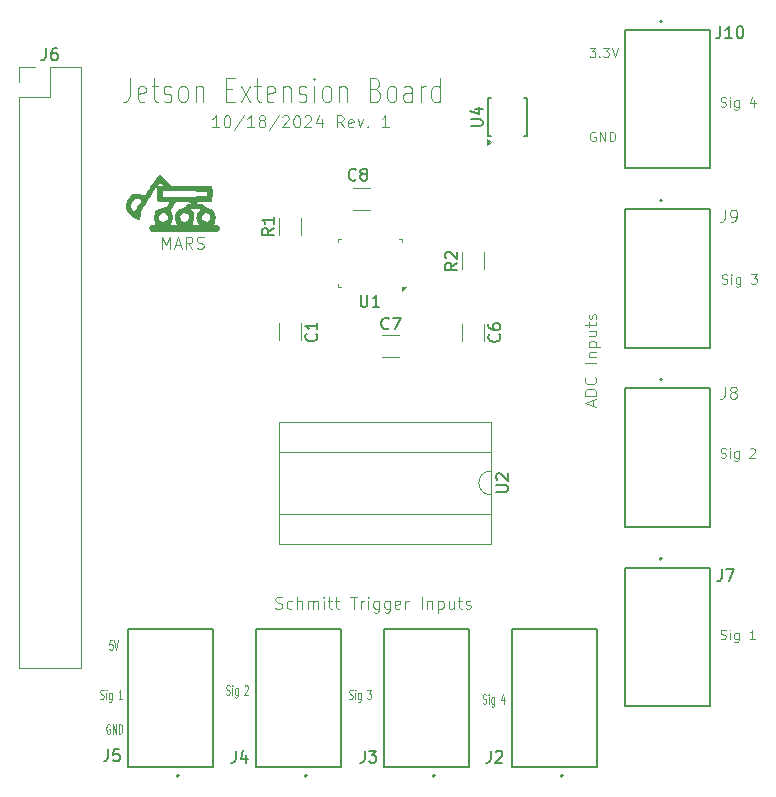
<source format=gto>
%TF.GenerationSoftware,KiCad,Pcbnew,8.0.5*%
%TF.CreationDate,2024-10-20T15:20:27-04:00*%
%TF.ProjectId,Jetson_Extension_Board,4a657473-6f6e-45f4-9578-74656e73696f,rev?*%
%TF.SameCoordinates,Original*%
%TF.FileFunction,Legend,Top*%
%TF.FilePolarity,Positive*%
%FSLAX46Y46*%
G04 Gerber Fmt 4.6, Leading zero omitted, Abs format (unit mm)*
G04 Created by KiCad (PCBNEW 8.0.5) date 2024-10-20 15:20:27*
%MOMM*%
%LPD*%
G01*
G04 APERTURE LIST*
%ADD10C,0.100000*%
%ADD11C,0.120000*%
%ADD12C,0.150000*%
%ADD13C,0.127000*%
%ADD14C,0.200000*%
%ADD15C,0.000000*%
G04 APERTURE END LIST*
D10*
X172049169Y-130287800D02*
X172163455Y-130325895D01*
X172163455Y-130325895D02*
X172353931Y-130325895D01*
X172353931Y-130325895D02*
X172430122Y-130287800D01*
X172430122Y-130287800D02*
X172468217Y-130249704D01*
X172468217Y-130249704D02*
X172506312Y-130173514D01*
X172506312Y-130173514D02*
X172506312Y-130097323D01*
X172506312Y-130097323D02*
X172468217Y-130021133D01*
X172468217Y-130021133D02*
X172430122Y-129983038D01*
X172430122Y-129983038D02*
X172353931Y-129944942D01*
X172353931Y-129944942D02*
X172201550Y-129906847D01*
X172201550Y-129906847D02*
X172125360Y-129868752D01*
X172125360Y-129868752D02*
X172087265Y-129830657D01*
X172087265Y-129830657D02*
X172049169Y-129754466D01*
X172049169Y-129754466D02*
X172049169Y-129678276D01*
X172049169Y-129678276D02*
X172087265Y-129602085D01*
X172087265Y-129602085D02*
X172125360Y-129563990D01*
X172125360Y-129563990D02*
X172201550Y-129525895D01*
X172201550Y-129525895D02*
X172392027Y-129525895D01*
X172392027Y-129525895D02*
X172506312Y-129563990D01*
X172849170Y-130325895D02*
X172849170Y-129792561D01*
X172849170Y-129525895D02*
X172811074Y-129563990D01*
X172811074Y-129563990D02*
X172849170Y-129602085D01*
X172849170Y-129602085D02*
X172887265Y-129563990D01*
X172887265Y-129563990D02*
X172849170Y-129525895D01*
X172849170Y-129525895D02*
X172849170Y-129602085D01*
X173572979Y-129792561D02*
X173572979Y-130440180D01*
X173572979Y-130440180D02*
X173534884Y-130516371D01*
X173534884Y-130516371D02*
X173496788Y-130554466D01*
X173496788Y-130554466D02*
X173420598Y-130592561D01*
X173420598Y-130592561D02*
X173306312Y-130592561D01*
X173306312Y-130592561D02*
X173230122Y-130554466D01*
X173572979Y-130287800D02*
X173496788Y-130325895D01*
X173496788Y-130325895D02*
X173344407Y-130325895D01*
X173344407Y-130325895D02*
X173268217Y-130287800D01*
X173268217Y-130287800D02*
X173230122Y-130249704D01*
X173230122Y-130249704D02*
X173192026Y-130173514D01*
X173192026Y-130173514D02*
X173192026Y-129944942D01*
X173192026Y-129944942D02*
X173230122Y-129868752D01*
X173230122Y-129868752D02*
X173268217Y-129830657D01*
X173268217Y-129830657D02*
X173344407Y-129792561D01*
X173344407Y-129792561D02*
X173496788Y-129792561D01*
X173496788Y-129792561D02*
X173572979Y-129830657D01*
X174525360Y-129602085D02*
X174563456Y-129563990D01*
X174563456Y-129563990D02*
X174639646Y-129525895D01*
X174639646Y-129525895D02*
X174830122Y-129525895D01*
X174830122Y-129525895D02*
X174906313Y-129563990D01*
X174906313Y-129563990D02*
X174944408Y-129602085D01*
X174944408Y-129602085D02*
X174982503Y-129678276D01*
X174982503Y-129678276D02*
X174982503Y-129754466D01*
X174982503Y-129754466D02*
X174944408Y-129868752D01*
X174944408Y-129868752D02*
X174487265Y-130325895D01*
X174487265Y-130325895D02*
X174982503Y-130325895D01*
X120334741Y-152931990D02*
X120287122Y-152893895D01*
X120287122Y-152893895D02*
X120215693Y-152893895D01*
X120215693Y-152893895D02*
X120144265Y-152931990D01*
X120144265Y-152931990D02*
X120096646Y-153008180D01*
X120096646Y-153008180D02*
X120072836Y-153084371D01*
X120072836Y-153084371D02*
X120049027Y-153236752D01*
X120049027Y-153236752D02*
X120049027Y-153351038D01*
X120049027Y-153351038D02*
X120072836Y-153503419D01*
X120072836Y-153503419D02*
X120096646Y-153579609D01*
X120096646Y-153579609D02*
X120144265Y-153655800D01*
X120144265Y-153655800D02*
X120215693Y-153693895D01*
X120215693Y-153693895D02*
X120263312Y-153693895D01*
X120263312Y-153693895D02*
X120334741Y-153655800D01*
X120334741Y-153655800D02*
X120358550Y-153617704D01*
X120358550Y-153617704D02*
X120358550Y-153351038D01*
X120358550Y-153351038D02*
X120263312Y-153351038D01*
X120572836Y-153693895D02*
X120572836Y-152893895D01*
X120572836Y-152893895D02*
X120858550Y-153693895D01*
X120858550Y-153693895D02*
X120858550Y-152893895D01*
X121096646Y-153693895D02*
X121096646Y-152893895D01*
X121096646Y-152893895D02*
X121215694Y-152893895D01*
X121215694Y-152893895D02*
X121287122Y-152931990D01*
X121287122Y-152931990D02*
X121334741Y-153008180D01*
X121334741Y-153008180D02*
X121358551Y-153084371D01*
X121358551Y-153084371D02*
X121382360Y-153236752D01*
X121382360Y-153236752D02*
X121382360Y-153351038D01*
X121382360Y-153351038D02*
X121358551Y-153503419D01*
X121358551Y-153503419D02*
X121334741Y-153579609D01*
X121334741Y-153579609D02*
X121287122Y-153655800D01*
X121287122Y-153655800D02*
X121215694Y-153693895D01*
X121215694Y-153693895D02*
X121096646Y-153693895D01*
X161257704Y-125981734D02*
X161257704Y-125505544D01*
X161543419Y-126076972D02*
X160543419Y-125743639D01*
X160543419Y-125743639D02*
X161543419Y-125410306D01*
X161543419Y-125076972D02*
X160543419Y-125076972D01*
X160543419Y-125076972D02*
X160543419Y-124838877D01*
X160543419Y-124838877D02*
X160591038Y-124696020D01*
X160591038Y-124696020D02*
X160686276Y-124600782D01*
X160686276Y-124600782D02*
X160781514Y-124553163D01*
X160781514Y-124553163D02*
X160971990Y-124505544D01*
X160971990Y-124505544D02*
X161114847Y-124505544D01*
X161114847Y-124505544D02*
X161305323Y-124553163D01*
X161305323Y-124553163D02*
X161400561Y-124600782D01*
X161400561Y-124600782D02*
X161495800Y-124696020D01*
X161495800Y-124696020D02*
X161543419Y-124838877D01*
X161543419Y-124838877D02*
X161543419Y-125076972D01*
X161448180Y-123505544D02*
X161495800Y-123553163D01*
X161495800Y-123553163D02*
X161543419Y-123696020D01*
X161543419Y-123696020D02*
X161543419Y-123791258D01*
X161543419Y-123791258D02*
X161495800Y-123934115D01*
X161495800Y-123934115D02*
X161400561Y-124029353D01*
X161400561Y-124029353D02*
X161305323Y-124076972D01*
X161305323Y-124076972D02*
X161114847Y-124124591D01*
X161114847Y-124124591D02*
X160971990Y-124124591D01*
X160971990Y-124124591D02*
X160781514Y-124076972D01*
X160781514Y-124076972D02*
X160686276Y-124029353D01*
X160686276Y-124029353D02*
X160591038Y-123934115D01*
X160591038Y-123934115D02*
X160543419Y-123791258D01*
X160543419Y-123791258D02*
X160543419Y-123696020D01*
X160543419Y-123696020D02*
X160591038Y-123553163D01*
X160591038Y-123553163D02*
X160638657Y-123505544D01*
X161543419Y-122315067D02*
X160543419Y-122315067D01*
X160876752Y-121838877D02*
X161543419Y-121838877D01*
X160971990Y-121838877D02*
X160924371Y-121791258D01*
X160924371Y-121791258D02*
X160876752Y-121696020D01*
X160876752Y-121696020D02*
X160876752Y-121553163D01*
X160876752Y-121553163D02*
X160924371Y-121457925D01*
X160924371Y-121457925D02*
X161019609Y-121410306D01*
X161019609Y-121410306D02*
X161543419Y-121410306D01*
X160876752Y-120934115D02*
X161876752Y-120934115D01*
X160924371Y-120934115D02*
X160876752Y-120838877D01*
X160876752Y-120838877D02*
X160876752Y-120648401D01*
X160876752Y-120648401D02*
X160924371Y-120553163D01*
X160924371Y-120553163D02*
X160971990Y-120505544D01*
X160971990Y-120505544D02*
X161067228Y-120457925D01*
X161067228Y-120457925D02*
X161352942Y-120457925D01*
X161352942Y-120457925D02*
X161448180Y-120505544D01*
X161448180Y-120505544D02*
X161495800Y-120553163D01*
X161495800Y-120553163D02*
X161543419Y-120648401D01*
X161543419Y-120648401D02*
X161543419Y-120838877D01*
X161543419Y-120838877D02*
X161495800Y-120934115D01*
X160876752Y-119600782D02*
X161543419Y-119600782D01*
X160876752Y-120029353D02*
X161400561Y-120029353D01*
X161400561Y-120029353D02*
X161495800Y-119981734D01*
X161495800Y-119981734D02*
X161543419Y-119886496D01*
X161543419Y-119886496D02*
X161543419Y-119743639D01*
X161543419Y-119743639D02*
X161495800Y-119648401D01*
X161495800Y-119648401D02*
X161448180Y-119600782D01*
X160876752Y-119267448D02*
X160876752Y-118886496D01*
X160543419Y-119124591D02*
X161400561Y-119124591D01*
X161400561Y-119124591D02*
X161495800Y-119076972D01*
X161495800Y-119076972D02*
X161543419Y-118981734D01*
X161543419Y-118981734D02*
X161543419Y-118886496D01*
X161495800Y-118600781D02*
X161543419Y-118505543D01*
X161543419Y-118505543D02*
X161543419Y-118315067D01*
X161543419Y-118315067D02*
X161495800Y-118219829D01*
X161495800Y-118219829D02*
X161400561Y-118172210D01*
X161400561Y-118172210D02*
X161352942Y-118172210D01*
X161352942Y-118172210D02*
X161257704Y-118219829D01*
X161257704Y-118219829D02*
X161210085Y-118315067D01*
X161210085Y-118315067D02*
X161210085Y-118457924D01*
X161210085Y-118457924D02*
X161162466Y-118553162D01*
X161162466Y-118553162D02*
X161067228Y-118600781D01*
X161067228Y-118600781D02*
X161019609Y-118600781D01*
X161019609Y-118600781D02*
X160924371Y-118553162D01*
X160924371Y-118553162D02*
X160876752Y-118457924D01*
X160876752Y-118457924D02*
X160876752Y-118315067D01*
X160876752Y-118315067D02*
X160924371Y-118219829D01*
X161457312Y-102766990D02*
X161381122Y-102728895D01*
X161381122Y-102728895D02*
X161266836Y-102728895D01*
X161266836Y-102728895D02*
X161152550Y-102766990D01*
X161152550Y-102766990D02*
X161076360Y-102843180D01*
X161076360Y-102843180D02*
X161038265Y-102919371D01*
X161038265Y-102919371D02*
X161000169Y-103071752D01*
X161000169Y-103071752D02*
X161000169Y-103186038D01*
X161000169Y-103186038D02*
X161038265Y-103338419D01*
X161038265Y-103338419D02*
X161076360Y-103414609D01*
X161076360Y-103414609D02*
X161152550Y-103490800D01*
X161152550Y-103490800D02*
X161266836Y-103528895D01*
X161266836Y-103528895D02*
X161343027Y-103528895D01*
X161343027Y-103528895D02*
X161457312Y-103490800D01*
X161457312Y-103490800D02*
X161495408Y-103452704D01*
X161495408Y-103452704D02*
X161495408Y-103186038D01*
X161495408Y-103186038D02*
X161343027Y-103186038D01*
X161838265Y-103528895D02*
X161838265Y-102728895D01*
X161838265Y-102728895D02*
X162295408Y-103528895D01*
X162295408Y-103528895D02*
X162295408Y-102728895D01*
X162676360Y-103528895D02*
X162676360Y-102728895D01*
X162676360Y-102728895D02*
X162866836Y-102728895D01*
X162866836Y-102728895D02*
X162981122Y-102766990D01*
X162981122Y-102766990D02*
X163057312Y-102843180D01*
X163057312Y-102843180D02*
X163095407Y-102919371D01*
X163095407Y-102919371D02*
X163133503Y-103071752D01*
X163133503Y-103071752D02*
X163133503Y-103186038D01*
X163133503Y-103186038D02*
X163095407Y-103338419D01*
X163095407Y-103338419D02*
X163057312Y-103414609D01*
X163057312Y-103414609D02*
X162981122Y-103490800D01*
X162981122Y-103490800D02*
X162866836Y-103528895D01*
X162866836Y-103528895D02*
X162676360Y-103528895D01*
X119541027Y-150734800D02*
X119612455Y-150772895D01*
X119612455Y-150772895D02*
X119731503Y-150772895D01*
X119731503Y-150772895D02*
X119779122Y-150734800D01*
X119779122Y-150734800D02*
X119802931Y-150696704D01*
X119802931Y-150696704D02*
X119826741Y-150620514D01*
X119826741Y-150620514D02*
X119826741Y-150544323D01*
X119826741Y-150544323D02*
X119802931Y-150468133D01*
X119802931Y-150468133D02*
X119779122Y-150430038D01*
X119779122Y-150430038D02*
X119731503Y-150391942D01*
X119731503Y-150391942D02*
X119636265Y-150353847D01*
X119636265Y-150353847D02*
X119588646Y-150315752D01*
X119588646Y-150315752D02*
X119564836Y-150277657D01*
X119564836Y-150277657D02*
X119541027Y-150201466D01*
X119541027Y-150201466D02*
X119541027Y-150125276D01*
X119541027Y-150125276D02*
X119564836Y-150049085D01*
X119564836Y-150049085D02*
X119588646Y-150010990D01*
X119588646Y-150010990D02*
X119636265Y-149972895D01*
X119636265Y-149972895D02*
X119755312Y-149972895D01*
X119755312Y-149972895D02*
X119826741Y-150010990D01*
X120041026Y-150772895D02*
X120041026Y-150239561D01*
X120041026Y-149972895D02*
X120017217Y-150010990D01*
X120017217Y-150010990D02*
X120041026Y-150049085D01*
X120041026Y-150049085D02*
X120064836Y-150010990D01*
X120064836Y-150010990D02*
X120041026Y-149972895D01*
X120041026Y-149972895D02*
X120041026Y-150049085D01*
X120493407Y-150239561D02*
X120493407Y-150887180D01*
X120493407Y-150887180D02*
X120469597Y-150963371D01*
X120469597Y-150963371D02*
X120445788Y-151001466D01*
X120445788Y-151001466D02*
X120398169Y-151039561D01*
X120398169Y-151039561D02*
X120326740Y-151039561D01*
X120326740Y-151039561D02*
X120279121Y-151001466D01*
X120493407Y-150734800D02*
X120445788Y-150772895D01*
X120445788Y-150772895D02*
X120350550Y-150772895D01*
X120350550Y-150772895D02*
X120302931Y-150734800D01*
X120302931Y-150734800D02*
X120279121Y-150696704D01*
X120279121Y-150696704D02*
X120255312Y-150620514D01*
X120255312Y-150620514D02*
X120255312Y-150391942D01*
X120255312Y-150391942D02*
X120279121Y-150315752D01*
X120279121Y-150315752D02*
X120302931Y-150277657D01*
X120302931Y-150277657D02*
X120350550Y-150239561D01*
X120350550Y-150239561D02*
X120445788Y-150239561D01*
X120445788Y-150239561D02*
X120493407Y-150277657D01*
X121374359Y-150772895D02*
X121088645Y-150772895D01*
X121231502Y-150772895D02*
X121231502Y-149972895D01*
X121231502Y-149972895D02*
X121183883Y-150087180D01*
X121183883Y-150087180D02*
X121136264Y-150163371D01*
X121136264Y-150163371D02*
X121088645Y-150201466D01*
X172049169Y-145654800D02*
X172163455Y-145692895D01*
X172163455Y-145692895D02*
X172353931Y-145692895D01*
X172353931Y-145692895D02*
X172430122Y-145654800D01*
X172430122Y-145654800D02*
X172468217Y-145616704D01*
X172468217Y-145616704D02*
X172506312Y-145540514D01*
X172506312Y-145540514D02*
X172506312Y-145464323D01*
X172506312Y-145464323D02*
X172468217Y-145388133D01*
X172468217Y-145388133D02*
X172430122Y-145350038D01*
X172430122Y-145350038D02*
X172353931Y-145311942D01*
X172353931Y-145311942D02*
X172201550Y-145273847D01*
X172201550Y-145273847D02*
X172125360Y-145235752D01*
X172125360Y-145235752D02*
X172087265Y-145197657D01*
X172087265Y-145197657D02*
X172049169Y-145121466D01*
X172049169Y-145121466D02*
X172049169Y-145045276D01*
X172049169Y-145045276D02*
X172087265Y-144969085D01*
X172087265Y-144969085D02*
X172125360Y-144930990D01*
X172125360Y-144930990D02*
X172201550Y-144892895D01*
X172201550Y-144892895D02*
X172392027Y-144892895D01*
X172392027Y-144892895D02*
X172506312Y-144930990D01*
X172849170Y-145692895D02*
X172849170Y-145159561D01*
X172849170Y-144892895D02*
X172811074Y-144930990D01*
X172811074Y-144930990D02*
X172849170Y-144969085D01*
X172849170Y-144969085D02*
X172887265Y-144930990D01*
X172887265Y-144930990D02*
X172849170Y-144892895D01*
X172849170Y-144892895D02*
X172849170Y-144969085D01*
X173572979Y-145159561D02*
X173572979Y-145807180D01*
X173572979Y-145807180D02*
X173534884Y-145883371D01*
X173534884Y-145883371D02*
X173496788Y-145921466D01*
X173496788Y-145921466D02*
X173420598Y-145959561D01*
X173420598Y-145959561D02*
X173306312Y-145959561D01*
X173306312Y-145959561D02*
X173230122Y-145921466D01*
X173572979Y-145654800D02*
X173496788Y-145692895D01*
X173496788Y-145692895D02*
X173344407Y-145692895D01*
X173344407Y-145692895D02*
X173268217Y-145654800D01*
X173268217Y-145654800D02*
X173230122Y-145616704D01*
X173230122Y-145616704D02*
X173192026Y-145540514D01*
X173192026Y-145540514D02*
X173192026Y-145311942D01*
X173192026Y-145311942D02*
X173230122Y-145235752D01*
X173230122Y-145235752D02*
X173268217Y-145197657D01*
X173268217Y-145197657D02*
X173344407Y-145159561D01*
X173344407Y-145159561D02*
X173496788Y-145159561D01*
X173496788Y-145159561D02*
X173572979Y-145197657D01*
X174982503Y-145692895D02*
X174525360Y-145692895D01*
X174753932Y-145692895D02*
X174753932Y-144892895D01*
X174753932Y-144892895D02*
X174677741Y-145007180D01*
X174677741Y-145007180D02*
X174601551Y-145083371D01*
X174601551Y-145083371D02*
X174525360Y-145121466D01*
X172049169Y-100569800D02*
X172163455Y-100607895D01*
X172163455Y-100607895D02*
X172353931Y-100607895D01*
X172353931Y-100607895D02*
X172430122Y-100569800D01*
X172430122Y-100569800D02*
X172468217Y-100531704D01*
X172468217Y-100531704D02*
X172506312Y-100455514D01*
X172506312Y-100455514D02*
X172506312Y-100379323D01*
X172506312Y-100379323D02*
X172468217Y-100303133D01*
X172468217Y-100303133D02*
X172430122Y-100265038D01*
X172430122Y-100265038D02*
X172353931Y-100226942D01*
X172353931Y-100226942D02*
X172201550Y-100188847D01*
X172201550Y-100188847D02*
X172125360Y-100150752D01*
X172125360Y-100150752D02*
X172087265Y-100112657D01*
X172087265Y-100112657D02*
X172049169Y-100036466D01*
X172049169Y-100036466D02*
X172049169Y-99960276D01*
X172049169Y-99960276D02*
X172087265Y-99884085D01*
X172087265Y-99884085D02*
X172125360Y-99845990D01*
X172125360Y-99845990D02*
X172201550Y-99807895D01*
X172201550Y-99807895D02*
X172392027Y-99807895D01*
X172392027Y-99807895D02*
X172506312Y-99845990D01*
X172849170Y-100607895D02*
X172849170Y-100074561D01*
X172849170Y-99807895D02*
X172811074Y-99845990D01*
X172811074Y-99845990D02*
X172849170Y-99884085D01*
X172849170Y-99884085D02*
X172887265Y-99845990D01*
X172887265Y-99845990D02*
X172849170Y-99807895D01*
X172849170Y-99807895D02*
X172849170Y-99884085D01*
X173572979Y-100074561D02*
X173572979Y-100722180D01*
X173572979Y-100722180D02*
X173534884Y-100798371D01*
X173534884Y-100798371D02*
X173496788Y-100836466D01*
X173496788Y-100836466D02*
X173420598Y-100874561D01*
X173420598Y-100874561D02*
X173306312Y-100874561D01*
X173306312Y-100874561D02*
X173230122Y-100836466D01*
X173572979Y-100569800D02*
X173496788Y-100607895D01*
X173496788Y-100607895D02*
X173344407Y-100607895D01*
X173344407Y-100607895D02*
X173268217Y-100569800D01*
X173268217Y-100569800D02*
X173230122Y-100531704D01*
X173230122Y-100531704D02*
X173192026Y-100455514D01*
X173192026Y-100455514D02*
X173192026Y-100226942D01*
X173192026Y-100226942D02*
X173230122Y-100150752D01*
X173230122Y-100150752D02*
X173268217Y-100112657D01*
X173268217Y-100112657D02*
X173344407Y-100074561D01*
X173344407Y-100074561D02*
X173496788Y-100074561D01*
X173496788Y-100074561D02*
X173572979Y-100112657D01*
X174906313Y-100074561D02*
X174906313Y-100607895D01*
X174715837Y-99769800D02*
X174525360Y-100341228D01*
X174525360Y-100341228D02*
X175020599Y-100341228D01*
X129605693Y-102361419D02*
X129034265Y-102361419D01*
X129319979Y-102361419D02*
X129319979Y-101361419D01*
X129319979Y-101361419D02*
X129224741Y-101504276D01*
X129224741Y-101504276D02*
X129129503Y-101599514D01*
X129129503Y-101599514D02*
X129034265Y-101647133D01*
X130224741Y-101361419D02*
X130319979Y-101361419D01*
X130319979Y-101361419D02*
X130415217Y-101409038D01*
X130415217Y-101409038D02*
X130462836Y-101456657D01*
X130462836Y-101456657D02*
X130510455Y-101551895D01*
X130510455Y-101551895D02*
X130558074Y-101742371D01*
X130558074Y-101742371D02*
X130558074Y-101980466D01*
X130558074Y-101980466D02*
X130510455Y-102170942D01*
X130510455Y-102170942D02*
X130462836Y-102266180D01*
X130462836Y-102266180D02*
X130415217Y-102313800D01*
X130415217Y-102313800D02*
X130319979Y-102361419D01*
X130319979Y-102361419D02*
X130224741Y-102361419D01*
X130224741Y-102361419D02*
X130129503Y-102313800D01*
X130129503Y-102313800D02*
X130081884Y-102266180D01*
X130081884Y-102266180D02*
X130034265Y-102170942D01*
X130034265Y-102170942D02*
X129986646Y-101980466D01*
X129986646Y-101980466D02*
X129986646Y-101742371D01*
X129986646Y-101742371D02*
X130034265Y-101551895D01*
X130034265Y-101551895D02*
X130081884Y-101456657D01*
X130081884Y-101456657D02*
X130129503Y-101409038D01*
X130129503Y-101409038D02*
X130224741Y-101361419D01*
X131700931Y-101313800D02*
X130843789Y-102599514D01*
X132558074Y-102361419D02*
X131986646Y-102361419D01*
X132272360Y-102361419D02*
X132272360Y-101361419D01*
X132272360Y-101361419D02*
X132177122Y-101504276D01*
X132177122Y-101504276D02*
X132081884Y-101599514D01*
X132081884Y-101599514D02*
X131986646Y-101647133D01*
X133129503Y-101789990D02*
X133034265Y-101742371D01*
X133034265Y-101742371D02*
X132986646Y-101694752D01*
X132986646Y-101694752D02*
X132939027Y-101599514D01*
X132939027Y-101599514D02*
X132939027Y-101551895D01*
X132939027Y-101551895D02*
X132986646Y-101456657D01*
X132986646Y-101456657D02*
X133034265Y-101409038D01*
X133034265Y-101409038D02*
X133129503Y-101361419D01*
X133129503Y-101361419D02*
X133319979Y-101361419D01*
X133319979Y-101361419D02*
X133415217Y-101409038D01*
X133415217Y-101409038D02*
X133462836Y-101456657D01*
X133462836Y-101456657D02*
X133510455Y-101551895D01*
X133510455Y-101551895D02*
X133510455Y-101599514D01*
X133510455Y-101599514D02*
X133462836Y-101694752D01*
X133462836Y-101694752D02*
X133415217Y-101742371D01*
X133415217Y-101742371D02*
X133319979Y-101789990D01*
X133319979Y-101789990D02*
X133129503Y-101789990D01*
X133129503Y-101789990D02*
X133034265Y-101837609D01*
X133034265Y-101837609D02*
X132986646Y-101885228D01*
X132986646Y-101885228D02*
X132939027Y-101980466D01*
X132939027Y-101980466D02*
X132939027Y-102170942D01*
X132939027Y-102170942D02*
X132986646Y-102266180D01*
X132986646Y-102266180D02*
X133034265Y-102313800D01*
X133034265Y-102313800D02*
X133129503Y-102361419D01*
X133129503Y-102361419D02*
X133319979Y-102361419D01*
X133319979Y-102361419D02*
X133415217Y-102313800D01*
X133415217Y-102313800D02*
X133462836Y-102266180D01*
X133462836Y-102266180D02*
X133510455Y-102170942D01*
X133510455Y-102170942D02*
X133510455Y-101980466D01*
X133510455Y-101980466D02*
X133462836Y-101885228D01*
X133462836Y-101885228D02*
X133415217Y-101837609D01*
X133415217Y-101837609D02*
X133319979Y-101789990D01*
X134653312Y-101313800D02*
X133796170Y-102599514D01*
X134939027Y-101456657D02*
X134986646Y-101409038D01*
X134986646Y-101409038D02*
X135081884Y-101361419D01*
X135081884Y-101361419D02*
X135319979Y-101361419D01*
X135319979Y-101361419D02*
X135415217Y-101409038D01*
X135415217Y-101409038D02*
X135462836Y-101456657D01*
X135462836Y-101456657D02*
X135510455Y-101551895D01*
X135510455Y-101551895D02*
X135510455Y-101647133D01*
X135510455Y-101647133D02*
X135462836Y-101789990D01*
X135462836Y-101789990D02*
X134891408Y-102361419D01*
X134891408Y-102361419D02*
X135510455Y-102361419D01*
X136129503Y-101361419D02*
X136224741Y-101361419D01*
X136224741Y-101361419D02*
X136319979Y-101409038D01*
X136319979Y-101409038D02*
X136367598Y-101456657D01*
X136367598Y-101456657D02*
X136415217Y-101551895D01*
X136415217Y-101551895D02*
X136462836Y-101742371D01*
X136462836Y-101742371D02*
X136462836Y-101980466D01*
X136462836Y-101980466D02*
X136415217Y-102170942D01*
X136415217Y-102170942D02*
X136367598Y-102266180D01*
X136367598Y-102266180D02*
X136319979Y-102313800D01*
X136319979Y-102313800D02*
X136224741Y-102361419D01*
X136224741Y-102361419D02*
X136129503Y-102361419D01*
X136129503Y-102361419D02*
X136034265Y-102313800D01*
X136034265Y-102313800D02*
X135986646Y-102266180D01*
X135986646Y-102266180D02*
X135939027Y-102170942D01*
X135939027Y-102170942D02*
X135891408Y-101980466D01*
X135891408Y-101980466D02*
X135891408Y-101742371D01*
X135891408Y-101742371D02*
X135939027Y-101551895D01*
X135939027Y-101551895D02*
X135986646Y-101456657D01*
X135986646Y-101456657D02*
X136034265Y-101409038D01*
X136034265Y-101409038D02*
X136129503Y-101361419D01*
X136843789Y-101456657D02*
X136891408Y-101409038D01*
X136891408Y-101409038D02*
X136986646Y-101361419D01*
X136986646Y-101361419D02*
X137224741Y-101361419D01*
X137224741Y-101361419D02*
X137319979Y-101409038D01*
X137319979Y-101409038D02*
X137367598Y-101456657D01*
X137367598Y-101456657D02*
X137415217Y-101551895D01*
X137415217Y-101551895D02*
X137415217Y-101647133D01*
X137415217Y-101647133D02*
X137367598Y-101789990D01*
X137367598Y-101789990D02*
X136796170Y-102361419D01*
X136796170Y-102361419D02*
X137415217Y-102361419D01*
X138272360Y-101694752D02*
X138272360Y-102361419D01*
X138034265Y-101313800D02*
X137796170Y-102028085D01*
X137796170Y-102028085D02*
X138415217Y-102028085D01*
X140129503Y-102361419D02*
X139796170Y-101885228D01*
X139558075Y-102361419D02*
X139558075Y-101361419D01*
X139558075Y-101361419D02*
X139939027Y-101361419D01*
X139939027Y-101361419D02*
X140034265Y-101409038D01*
X140034265Y-101409038D02*
X140081884Y-101456657D01*
X140081884Y-101456657D02*
X140129503Y-101551895D01*
X140129503Y-101551895D02*
X140129503Y-101694752D01*
X140129503Y-101694752D02*
X140081884Y-101789990D01*
X140081884Y-101789990D02*
X140034265Y-101837609D01*
X140034265Y-101837609D02*
X139939027Y-101885228D01*
X139939027Y-101885228D02*
X139558075Y-101885228D01*
X140939027Y-102313800D02*
X140843789Y-102361419D01*
X140843789Y-102361419D02*
X140653313Y-102361419D01*
X140653313Y-102361419D02*
X140558075Y-102313800D01*
X140558075Y-102313800D02*
X140510456Y-102218561D01*
X140510456Y-102218561D02*
X140510456Y-101837609D01*
X140510456Y-101837609D02*
X140558075Y-101742371D01*
X140558075Y-101742371D02*
X140653313Y-101694752D01*
X140653313Y-101694752D02*
X140843789Y-101694752D01*
X140843789Y-101694752D02*
X140939027Y-101742371D01*
X140939027Y-101742371D02*
X140986646Y-101837609D01*
X140986646Y-101837609D02*
X140986646Y-101932847D01*
X140986646Y-101932847D02*
X140510456Y-102028085D01*
X141319980Y-101694752D02*
X141558075Y-102361419D01*
X141558075Y-102361419D02*
X141796170Y-101694752D01*
X142177123Y-102266180D02*
X142224742Y-102313800D01*
X142224742Y-102313800D02*
X142177123Y-102361419D01*
X142177123Y-102361419D02*
X142129504Y-102313800D01*
X142129504Y-102313800D02*
X142177123Y-102266180D01*
X142177123Y-102266180D02*
X142177123Y-102361419D01*
X143939027Y-102361419D02*
X143367599Y-102361419D01*
X143653313Y-102361419D02*
X143653313Y-101361419D01*
X143653313Y-101361419D02*
X143558075Y-101504276D01*
X143558075Y-101504276D02*
X143462837Y-101599514D01*
X143462837Y-101599514D02*
X143367599Y-101647133D01*
X140623027Y-150734800D02*
X140694455Y-150772895D01*
X140694455Y-150772895D02*
X140813503Y-150772895D01*
X140813503Y-150772895D02*
X140861122Y-150734800D01*
X140861122Y-150734800D02*
X140884931Y-150696704D01*
X140884931Y-150696704D02*
X140908741Y-150620514D01*
X140908741Y-150620514D02*
X140908741Y-150544323D01*
X140908741Y-150544323D02*
X140884931Y-150468133D01*
X140884931Y-150468133D02*
X140861122Y-150430038D01*
X140861122Y-150430038D02*
X140813503Y-150391942D01*
X140813503Y-150391942D02*
X140718265Y-150353847D01*
X140718265Y-150353847D02*
X140670646Y-150315752D01*
X140670646Y-150315752D02*
X140646836Y-150277657D01*
X140646836Y-150277657D02*
X140623027Y-150201466D01*
X140623027Y-150201466D02*
X140623027Y-150125276D01*
X140623027Y-150125276D02*
X140646836Y-150049085D01*
X140646836Y-150049085D02*
X140670646Y-150010990D01*
X140670646Y-150010990D02*
X140718265Y-149972895D01*
X140718265Y-149972895D02*
X140837312Y-149972895D01*
X140837312Y-149972895D02*
X140908741Y-150010990D01*
X141123026Y-150772895D02*
X141123026Y-150239561D01*
X141123026Y-149972895D02*
X141099217Y-150010990D01*
X141099217Y-150010990D02*
X141123026Y-150049085D01*
X141123026Y-150049085D02*
X141146836Y-150010990D01*
X141146836Y-150010990D02*
X141123026Y-149972895D01*
X141123026Y-149972895D02*
X141123026Y-150049085D01*
X141575407Y-150239561D02*
X141575407Y-150887180D01*
X141575407Y-150887180D02*
X141551597Y-150963371D01*
X141551597Y-150963371D02*
X141527788Y-151001466D01*
X141527788Y-151001466D02*
X141480169Y-151039561D01*
X141480169Y-151039561D02*
X141408740Y-151039561D01*
X141408740Y-151039561D02*
X141361121Y-151001466D01*
X141575407Y-150734800D02*
X141527788Y-150772895D01*
X141527788Y-150772895D02*
X141432550Y-150772895D01*
X141432550Y-150772895D02*
X141384931Y-150734800D01*
X141384931Y-150734800D02*
X141361121Y-150696704D01*
X141361121Y-150696704D02*
X141337312Y-150620514D01*
X141337312Y-150620514D02*
X141337312Y-150391942D01*
X141337312Y-150391942D02*
X141361121Y-150315752D01*
X141361121Y-150315752D02*
X141384931Y-150277657D01*
X141384931Y-150277657D02*
X141432550Y-150239561D01*
X141432550Y-150239561D02*
X141527788Y-150239561D01*
X141527788Y-150239561D02*
X141575407Y-150277657D01*
X142146835Y-149972895D02*
X142456359Y-149972895D01*
X142456359Y-149972895D02*
X142289692Y-150277657D01*
X142289692Y-150277657D02*
X142361121Y-150277657D01*
X142361121Y-150277657D02*
X142408740Y-150315752D01*
X142408740Y-150315752D02*
X142432549Y-150353847D01*
X142432549Y-150353847D02*
X142456359Y-150430038D01*
X142456359Y-150430038D02*
X142456359Y-150620514D01*
X142456359Y-150620514D02*
X142432549Y-150696704D01*
X142432549Y-150696704D02*
X142408740Y-150734800D01*
X142408740Y-150734800D02*
X142361121Y-150772895D01*
X142361121Y-150772895D02*
X142218264Y-150772895D01*
X142218264Y-150772895D02*
X142170645Y-150734800D01*
X142170645Y-150734800D02*
X142146835Y-150696704D01*
X130209027Y-150353800D02*
X130280455Y-150391895D01*
X130280455Y-150391895D02*
X130399503Y-150391895D01*
X130399503Y-150391895D02*
X130447122Y-150353800D01*
X130447122Y-150353800D02*
X130470931Y-150315704D01*
X130470931Y-150315704D02*
X130494741Y-150239514D01*
X130494741Y-150239514D02*
X130494741Y-150163323D01*
X130494741Y-150163323D02*
X130470931Y-150087133D01*
X130470931Y-150087133D02*
X130447122Y-150049038D01*
X130447122Y-150049038D02*
X130399503Y-150010942D01*
X130399503Y-150010942D02*
X130304265Y-149972847D01*
X130304265Y-149972847D02*
X130256646Y-149934752D01*
X130256646Y-149934752D02*
X130232836Y-149896657D01*
X130232836Y-149896657D02*
X130209027Y-149820466D01*
X130209027Y-149820466D02*
X130209027Y-149744276D01*
X130209027Y-149744276D02*
X130232836Y-149668085D01*
X130232836Y-149668085D02*
X130256646Y-149629990D01*
X130256646Y-149629990D02*
X130304265Y-149591895D01*
X130304265Y-149591895D02*
X130423312Y-149591895D01*
X130423312Y-149591895D02*
X130494741Y-149629990D01*
X130709026Y-150391895D02*
X130709026Y-149858561D01*
X130709026Y-149591895D02*
X130685217Y-149629990D01*
X130685217Y-149629990D02*
X130709026Y-149668085D01*
X130709026Y-149668085D02*
X130732836Y-149629990D01*
X130732836Y-149629990D02*
X130709026Y-149591895D01*
X130709026Y-149591895D02*
X130709026Y-149668085D01*
X131161407Y-149858561D02*
X131161407Y-150506180D01*
X131161407Y-150506180D02*
X131137597Y-150582371D01*
X131137597Y-150582371D02*
X131113788Y-150620466D01*
X131113788Y-150620466D02*
X131066169Y-150658561D01*
X131066169Y-150658561D02*
X130994740Y-150658561D01*
X130994740Y-150658561D02*
X130947121Y-150620466D01*
X131161407Y-150353800D02*
X131113788Y-150391895D01*
X131113788Y-150391895D02*
X131018550Y-150391895D01*
X131018550Y-150391895D02*
X130970931Y-150353800D01*
X130970931Y-150353800D02*
X130947121Y-150315704D01*
X130947121Y-150315704D02*
X130923312Y-150239514D01*
X130923312Y-150239514D02*
X130923312Y-150010942D01*
X130923312Y-150010942D02*
X130947121Y-149934752D01*
X130947121Y-149934752D02*
X130970931Y-149896657D01*
X130970931Y-149896657D02*
X131018550Y-149858561D01*
X131018550Y-149858561D02*
X131113788Y-149858561D01*
X131113788Y-149858561D02*
X131161407Y-149896657D01*
X131756645Y-149668085D02*
X131780454Y-149629990D01*
X131780454Y-149629990D02*
X131828073Y-149591895D01*
X131828073Y-149591895D02*
X131947121Y-149591895D01*
X131947121Y-149591895D02*
X131994740Y-149629990D01*
X131994740Y-149629990D02*
X132018549Y-149668085D01*
X132018549Y-149668085D02*
X132042359Y-149744276D01*
X132042359Y-149744276D02*
X132042359Y-149820466D01*
X132042359Y-149820466D02*
X132018549Y-149934752D01*
X132018549Y-149934752D02*
X131732835Y-150391895D01*
X131732835Y-150391895D02*
X132042359Y-150391895D01*
X172420598Y-124348419D02*
X172420598Y-125062704D01*
X172420598Y-125062704D02*
X172372979Y-125205561D01*
X172372979Y-125205561D02*
X172277741Y-125300800D01*
X172277741Y-125300800D02*
X172134884Y-125348419D01*
X172134884Y-125348419D02*
X172039646Y-125348419D01*
X173039646Y-124776990D02*
X172944408Y-124729371D01*
X172944408Y-124729371D02*
X172896789Y-124681752D01*
X172896789Y-124681752D02*
X172849170Y-124586514D01*
X172849170Y-124586514D02*
X172849170Y-124538895D01*
X172849170Y-124538895D02*
X172896789Y-124443657D01*
X172896789Y-124443657D02*
X172944408Y-124396038D01*
X172944408Y-124396038D02*
X173039646Y-124348419D01*
X173039646Y-124348419D02*
X173230122Y-124348419D01*
X173230122Y-124348419D02*
X173325360Y-124396038D01*
X173325360Y-124396038D02*
X173372979Y-124443657D01*
X173372979Y-124443657D02*
X173420598Y-124538895D01*
X173420598Y-124538895D02*
X173420598Y-124586514D01*
X173420598Y-124586514D02*
X173372979Y-124681752D01*
X173372979Y-124681752D02*
X173325360Y-124729371D01*
X173325360Y-124729371D02*
X173230122Y-124776990D01*
X173230122Y-124776990D02*
X173039646Y-124776990D01*
X173039646Y-124776990D02*
X172944408Y-124824609D01*
X172944408Y-124824609D02*
X172896789Y-124872228D01*
X172896789Y-124872228D02*
X172849170Y-124967466D01*
X172849170Y-124967466D02*
X172849170Y-125157942D01*
X172849170Y-125157942D02*
X172896789Y-125253180D01*
X172896789Y-125253180D02*
X172944408Y-125300800D01*
X172944408Y-125300800D02*
X173039646Y-125348419D01*
X173039646Y-125348419D02*
X173230122Y-125348419D01*
X173230122Y-125348419D02*
X173325360Y-125300800D01*
X173325360Y-125300800D02*
X173372979Y-125253180D01*
X173372979Y-125253180D02*
X173420598Y-125157942D01*
X173420598Y-125157942D02*
X173420598Y-124967466D01*
X173420598Y-124967466D02*
X173372979Y-124872228D01*
X173372979Y-124872228D02*
X173325360Y-124824609D01*
X173325360Y-124824609D02*
X173230122Y-124776990D01*
D11*
X122042808Y-98205998D02*
X122042808Y-99634569D01*
X122042808Y-99634569D02*
X121969547Y-99920283D01*
X121969547Y-99920283D02*
X121823027Y-100110760D01*
X121823027Y-100110760D02*
X121603247Y-100205998D01*
X121603247Y-100205998D02*
X121456727Y-100205998D01*
X123361490Y-100110760D02*
X123214970Y-100205998D01*
X123214970Y-100205998D02*
X122921929Y-100205998D01*
X122921929Y-100205998D02*
X122775409Y-100110760D01*
X122775409Y-100110760D02*
X122702149Y-99920283D01*
X122702149Y-99920283D02*
X122702149Y-99158379D01*
X122702149Y-99158379D02*
X122775409Y-98967902D01*
X122775409Y-98967902D02*
X122921929Y-98872664D01*
X122921929Y-98872664D02*
X123214970Y-98872664D01*
X123214970Y-98872664D02*
X123361490Y-98967902D01*
X123361490Y-98967902D02*
X123434750Y-99158379D01*
X123434750Y-99158379D02*
X123434750Y-99348855D01*
X123434750Y-99348855D02*
X122702149Y-99539331D01*
X123874311Y-98872664D02*
X124460391Y-98872664D01*
X124094091Y-98205998D02*
X124094091Y-99920283D01*
X124094091Y-99920283D02*
X124167351Y-100110760D01*
X124167351Y-100110760D02*
X124313871Y-100205998D01*
X124313871Y-100205998D02*
X124460391Y-100205998D01*
X124899952Y-100110760D02*
X125046472Y-100205998D01*
X125046472Y-100205998D02*
X125339512Y-100205998D01*
X125339512Y-100205998D02*
X125486033Y-100110760D01*
X125486033Y-100110760D02*
X125559293Y-99920283D01*
X125559293Y-99920283D02*
X125559293Y-99825045D01*
X125559293Y-99825045D02*
X125486033Y-99634569D01*
X125486033Y-99634569D02*
X125339512Y-99539331D01*
X125339512Y-99539331D02*
X125119732Y-99539331D01*
X125119732Y-99539331D02*
X124973212Y-99444093D01*
X124973212Y-99444093D02*
X124899952Y-99253617D01*
X124899952Y-99253617D02*
X124899952Y-99158379D01*
X124899952Y-99158379D02*
X124973212Y-98967902D01*
X124973212Y-98967902D02*
X125119732Y-98872664D01*
X125119732Y-98872664D02*
X125339512Y-98872664D01*
X125339512Y-98872664D02*
X125486033Y-98967902D01*
X126438414Y-100205998D02*
X126291894Y-100110760D01*
X126291894Y-100110760D02*
X126218634Y-100015521D01*
X126218634Y-100015521D02*
X126145374Y-99825045D01*
X126145374Y-99825045D02*
X126145374Y-99253617D01*
X126145374Y-99253617D02*
X126218634Y-99063140D01*
X126218634Y-99063140D02*
X126291894Y-98967902D01*
X126291894Y-98967902D02*
X126438414Y-98872664D01*
X126438414Y-98872664D02*
X126658195Y-98872664D01*
X126658195Y-98872664D02*
X126804715Y-98967902D01*
X126804715Y-98967902D02*
X126877975Y-99063140D01*
X126877975Y-99063140D02*
X126951235Y-99253617D01*
X126951235Y-99253617D02*
X126951235Y-99825045D01*
X126951235Y-99825045D02*
X126877975Y-100015521D01*
X126877975Y-100015521D02*
X126804715Y-100110760D01*
X126804715Y-100110760D02*
X126658195Y-100205998D01*
X126658195Y-100205998D02*
X126438414Y-100205998D01*
X127610576Y-98872664D02*
X127610576Y-100205998D01*
X127610576Y-99063140D02*
X127683836Y-98967902D01*
X127683836Y-98967902D02*
X127830356Y-98872664D01*
X127830356Y-98872664D02*
X128050137Y-98872664D01*
X128050137Y-98872664D02*
X128196657Y-98967902D01*
X128196657Y-98967902D02*
X128269917Y-99158379D01*
X128269917Y-99158379D02*
X128269917Y-100205998D01*
X130174680Y-99158379D02*
X130687501Y-99158379D01*
X130907281Y-100205998D02*
X130174680Y-100205998D01*
X130174680Y-100205998D02*
X130174680Y-98205998D01*
X130174680Y-98205998D02*
X130907281Y-98205998D01*
X131420102Y-100205998D02*
X132225963Y-98872664D01*
X131420102Y-98872664D02*
X132225963Y-100205998D01*
X132592264Y-98872664D02*
X133178344Y-98872664D01*
X132812044Y-98205998D02*
X132812044Y-99920283D01*
X132812044Y-99920283D02*
X132885304Y-100110760D01*
X132885304Y-100110760D02*
X133031824Y-100205998D01*
X133031824Y-100205998D02*
X133178344Y-100205998D01*
X134277246Y-100110760D02*
X134130726Y-100205998D01*
X134130726Y-100205998D02*
X133837685Y-100205998D01*
X133837685Y-100205998D02*
X133691165Y-100110760D01*
X133691165Y-100110760D02*
X133617905Y-99920283D01*
X133617905Y-99920283D02*
X133617905Y-99158379D01*
X133617905Y-99158379D02*
X133691165Y-98967902D01*
X133691165Y-98967902D02*
X133837685Y-98872664D01*
X133837685Y-98872664D02*
X134130726Y-98872664D01*
X134130726Y-98872664D02*
X134277246Y-98967902D01*
X134277246Y-98967902D02*
X134350506Y-99158379D01*
X134350506Y-99158379D02*
X134350506Y-99348855D01*
X134350506Y-99348855D02*
X133617905Y-99539331D01*
X135009847Y-98872664D02*
X135009847Y-100205998D01*
X135009847Y-99063140D02*
X135083107Y-98967902D01*
X135083107Y-98967902D02*
X135229627Y-98872664D01*
X135229627Y-98872664D02*
X135449408Y-98872664D01*
X135449408Y-98872664D02*
X135595928Y-98967902D01*
X135595928Y-98967902D02*
X135669188Y-99158379D01*
X135669188Y-99158379D02*
X135669188Y-100205998D01*
X136328529Y-100110760D02*
X136475049Y-100205998D01*
X136475049Y-100205998D02*
X136768089Y-100205998D01*
X136768089Y-100205998D02*
X136914610Y-100110760D01*
X136914610Y-100110760D02*
X136987870Y-99920283D01*
X136987870Y-99920283D02*
X136987870Y-99825045D01*
X136987870Y-99825045D02*
X136914610Y-99634569D01*
X136914610Y-99634569D02*
X136768089Y-99539331D01*
X136768089Y-99539331D02*
X136548309Y-99539331D01*
X136548309Y-99539331D02*
X136401789Y-99444093D01*
X136401789Y-99444093D02*
X136328529Y-99253617D01*
X136328529Y-99253617D02*
X136328529Y-99158379D01*
X136328529Y-99158379D02*
X136401789Y-98967902D01*
X136401789Y-98967902D02*
X136548309Y-98872664D01*
X136548309Y-98872664D02*
X136768089Y-98872664D01*
X136768089Y-98872664D02*
X136914610Y-98967902D01*
X137647211Y-100205998D02*
X137647211Y-98872664D01*
X137647211Y-98205998D02*
X137573951Y-98301236D01*
X137573951Y-98301236D02*
X137647211Y-98396474D01*
X137647211Y-98396474D02*
X137720471Y-98301236D01*
X137720471Y-98301236D02*
X137647211Y-98205998D01*
X137647211Y-98205998D02*
X137647211Y-98396474D01*
X138599592Y-100205998D02*
X138453072Y-100110760D01*
X138453072Y-100110760D02*
X138379812Y-100015521D01*
X138379812Y-100015521D02*
X138306552Y-99825045D01*
X138306552Y-99825045D02*
X138306552Y-99253617D01*
X138306552Y-99253617D02*
X138379812Y-99063140D01*
X138379812Y-99063140D02*
X138453072Y-98967902D01*
X138453072Y-98967902D02*
X138599592Y-98872664D01*
X138599592Y-98872664D02*
X138819373Y-98872664D01*
X138819373Y-98872664D02*
X138965893Y-98967902D01*
X138965893Y-98967902D02*
X139039153Y-99063140D01*
X139039153Y-99063140D02*
X139112413Y-99253617D01*
X139112413Y-99253617D02*
X139112413Y-99825045D01*
X139112413Y-99825045D02*
X139039153Y-100015521D01*
X139039153Y-100015521D02*
X138965893Y-100110760D01*
X138965893Y-100110760D02*
X138819373Y-100205998D01*
X138819373Y-100205998D02*
X138599592Y-100205998D01*
X139771754Y-98872664D02*
X139771754Y-100205998D01*
X139771754Y-99063140D02*
X139845014Y-98967902D01*
X139845014Y-98967902D02*
X139991534Y-98872664D01*
X139991534Y-98872664D02*
X140211315Y-98872664D01*
X140211315Y-98872664D02*
X140357835Y-98967902D01*
X140357835Y-98967902D02*
X140431095Y-99158379D01*
X140431095Y-99158379D02*
X140431095Y-100205998D01*
X142848679Y-99158379D02*
X143068459Y-99253617D01*
X143068459Y-99253617D02*
X143141719Y-99348855D01*
X143141719Y-99348855D02*
X143214979Y-99539331D01*
X143214979Y-99539331D02*
X143214979Y-99825045D01*
X143214979Y-99825045D02*
X143141719Y-100015521D01*
X143141719Y-100015521D02*
X143068459Y-100110760D01*
X143068459Y-100110760D02*
X142921939Y-100205998D01*
X142921939Y-100205998D02*
X142335858Y-100205998D01*
X142335858Y-100205998D02*
X142335858Y-98205998D01*
X142335858Y-98205998D02*
X142848679Y-98205998D01*
X142848679Y-98205998D02*
X142995199Y-98301236D01*
X142995199Y-98301236D02*
X143068459Y-98396474D01*
X143068459Y-98396474D02*
X143141719Y-98586950D01*
X143141719Y-98586950D02*
X143141719Y-98777426D01*
X143141719Y-98777426D02*
X143068459Y-98967902D01*
X143068459Y-98967902D02*
X142995199Y-99063140D01*
X142995199Y-99063140D02*
X142848679Y-99158379D01*
X142848679Y-99158379D02*
X142335858Y-99158379D01*
X144094100Y-100205998D02*
X143947580Y-100110760D01*
X143947580Y-100110760D02*
X143874320Y-100015521D01*
X143874320Y-100015521D02*
X143801060Y-99825045D01*
X143801060Y-99825045D02*
X143801060Y-99253617D01*
X143801060Y-99253617D02*
X143874320Y-99063140D01*
X143874320Y-99063140D02*
X143947580Y-98967902D01*
X143947580Y-98967902D02*
X144094100Y-98872664D01*
X144094100Y-98872664D02*
X144313881Y-98872664D01*
X144313881Y-98872664D02*
X144460401Y-98967902D01*
X144460401Y-98967902D02*
X144533661Y-99063140D01*
X144533661Y-99063140D02*
X144606921Y-99253617D01*
X144606921Y-99253617D02*
X144606921Y-99825045D01*
X144606921Y-99825045D02*
X144533661Y-100015521D01*
X144533661Y-100015521D02*
X144460401Y-100110760D01*
X144460401Y-100110760D02*
X144313881Y-100205998D01*
X144313881Y-100205998D02*
X144094100Y-100205998D01*
X145925603Y-100205998D02*
X145925603Y-99158379D01*
X145925603Y-99158379D02*
X145852343Y-98967902D01*
X145852343Y-98967902D02*
X145705823Y-98872664D01*
X145705823Y-98872664D02*
X145412782Y-98872664D01*
X145412782Y-98872664D02*
X145266262Y-98967902D01*
X145925603Y-100110760D02*
X145779083Y-100205998D01*
X145779083Y-100205998D02*
X145412782Y-100205998D01*
X145412782Y-100205998D02*
X145266262Y-100110760D01*
X145266262Y-100110760D02*
X145193002Y-99920283D01*
X145193002Y-99920283D02*
X145193002Y-99729807D01*
X145193002Y-99729807D02*
X145266262Y-99539331D01*
X145266262Y-99539331D02*
X145412782Y-99444093D01*
X145412782Y-99444093D02*
X145779083Y-99444093D01*
X145779083Y-99444093D02*
X145925603Y-99348855D01*
X146658204Y-100205998D02*
X146658204Y-98872664D01*
X146658204Y-99253617D02*
X146731464Y-99063140D01*
X146731464Y-99063140D02*
X146804724Y-98967902D01*
X146804724Y-98967902D02*
X146951244Y-98872664D01*
X146951244Y-98872664D02*
X147097765Y-98872664D01*
X148269926Y-100205998D02*
X148269926Y-98205998D01*
X148269926Y-100110760D02*
X148123406Y-100205998D01*
X148123406Y-100205998D02*
X147830365Y-100205998D01*
X147830365Y-100205998D02*
X147683845Y-100110760D01*
X147683845Y-100110760D02*
X147610585Y-100015521D01*
X147610585Y-100015521D02*
X147537325Y-99825045D01*
X147537325Y-99825045D02*
X147537325Y-99253617D01*
X147537325Y-99253617D02*
X147610585Y-99063140D01*
X147610585Y-99063140D02*
X147683845Y-98967902D01*
X147683845Y-98967902D02*
X147830365Y-98872664D01*
X147830365Y-98872664D02*
X148123406Y-98872664D01*
X148123406Y-98872664D02*
X148269926Y-98967902D01*
D10*
X172176169Y-115555800D02*
X172290455Y-115593895D01*
X172290455Y-115593895D02*
X172480931Y-115593895D01*
X172480931Y-115593895D02*
X172557122Y-115555800D01*
X172557122Y-115555800D02*
X172595217Y-115517704D01*
X172595217Y-115517704D02*
X172633312Y-115441514D01*
X172633312Y-115441514D02*
X172633312Y-115365323D01*
X172633312Y-115365323D02*
X172595217Y-115289133D01*
X172595217Y-115289133D02*
X172557122Y-115251038D01*
X172557122Y-115251038D02*
X172480931Y-115212942D01*
X172480931Y-115212942D02*
X172328550Y-115174847D01*
X172328550Y-115174847D02*
X172252360Y-115136752D01*
X172252360Y-115136752D02*
X172214265Y-115098657D01*
X172214265Y-115098657D02*
X172176169Y-115022466D01*
X172176169Y-115022466D02*
X172176169Y-114946276D01*
X172176169Y-114946276D02*
X172214265Y-114870085D01*
X172214265Y-114870085D02*
X172252360Y-114831990D01*
X172252360Y-114831990D02*
X172328550Y-114793895D01*
X172328550Y-114793895D02*
X172519027Y-114793895D01*
X172519027Y-114793895D02*
X172633312Y-114831990D01*
X172976170Y-115593895D02*
X172976170Y-115060561D01*
X172976170Y-114793895D02*
X172938074Y-114831990D01*
X172938074Y-114831990D02*
X172976170Y-114870085D01*
X172976170Y-114870085D02*
X173014265Y-114831990D01*
X173014265Y-114831990D02*
X172976170Y-114793895D01*
X172976170Y-114793895D02*
X172976170Y-114870085D01*
X173699979Y-115060561D02*
X173699979Y-115708180D01*
X173699979Y-115708180D02*
X173661884Y-115784371D01*
X173661884Y-115784371D02*
X173623788Y-115822466D01*
X173623788Y-115822466D02*
X173547598Y-115860561D01*
X173547598Y-115860561D02*
X173433312Y-115860561D01*
X173433312Y-115860561D02*
X173357122Y-115822466D01*
X173699979Y-115555800D02*
X173623788Y-115593895D01*
X173623788Y-115593895D02*
X173471407Y-115593895D01*
X173471407Y-115593895D02*
X173395217Y-115555800D01*
X173395217Y-115555800D02*
X173357122Y-115517704D01*
X173357122Y-115517704D02*
X173319026Y-115441514D01*
X173319026Y-115441514D02*
X173319026Y-115212942D01*
X173319026Y-115212942D02*
X173357122Y-115136752D01*
X173357122Y-115136752D02*
X173395217Y-115098657D01*
X173395217Y-115098657D02*
X173471407Y-115060561D01*
X173471407Y-115060561D02*
X173623788Y-115060561D01*
X173623788Y-115060561D02*
X173699979Y-115098657D01*
X174614265Y-114793895D02*
X175109503Y-114793895D01*
X175109503Y-114793895D02*
X174842837Y-115098657D01*
X174842837Y-115098657D02*
X174957122Y-115098657D01*
X174957122Y-115098657D02*
X175033313Y-115136752D01*
X175033313Y-115136752D02*
X175071408Y-115174847D01*
X175071408Y-115174847D02*
X175109503Y-115251038D01*
X175109503Y-115251038D02*
X175109503Y-115441514D01*
X175109503Y-115441514D02*
X175071408Y-115517704D01*
X175071408Y-115517704D02*
X175033313Y-115555800D01*
X175033313Y-115555800D02*
X174957122Y-115593895D01*
X174957122Y-115593895D02*
X174728551Y-115593895D01*
X174728551Y-115593895D02*
X174652360Y-115555800D01*
X174652360Y-115555800D02*
X174614265Y-115517704D01*
X160962074Y-95616895D02*
X161457312Y-95616895D01*
X161457312Y-95616895D02*
X161190646Y-95921657D01*
X161190646Y-95921657D02*
X161304931Y-95921657D01*
X161304931Y-95921657D02*
X161381122Y-95959752D01*
X161381122Y-95959752D02*
X161419217Y-95997847D01*
X161419217Y-95997847D02*
X161457312Y-96074038D01*
X161457312Y-96074038D02*
X161457312Y-96264514D01*
X161457312Y-96264514D02*
X161419217Y-96340704D01*
X161419217Y-96340704D02*
X161381122Y-96378800D01*
X161381122Y-96378800D02*
X161304931Y-96416895D01*
X161304931Y-96416895D02*
X161076360Y-96416895D01*
X161076360Y-96416895D02*
X161000169Y-96378800D01*
X161000169Y-96378800D02*
X160962074Y-96340704D01*
X161800170Y-96340704D02*
X161838265Y-96378800D01*
X161838265Y-96378800D02*
X161800170Y-96416895D01*
X161800170Y-96416895D02*
X161762074Y-96378800D01*
X161762074Y-96378800D02*
X161800170Y-96340704D01*
X161800170Y-96340704D02*
X161800170Y-96416895D01*
X162104931Y-95616895D02*
X162600169Y-95616895D01*
X162600169Y-95616895D02*
X162333503Y-95921657D01*
X162333503Y-95921657D02*
X162447788Y-95921657D01*
X162447788Y-95921657D02*
X162523979Y-95959752D01*
X162523979Y-95959752D02*
X162562074Y-95997847D01*
X162562074Y-95997847D02*
X162600169Y-96074038D01*
X162600169Y-96074038D02*
X162600169Y-96264514D01*
X162600169Y-96264514D02*
X162562074Y-96340704D01*
X162562074Y-96340704D02*
X162523979Y-96378800D01*
X162523979Y-96378800D02*
X162447788Y-96416895D01*
X162447788Y-96416895D02*
X162219217Y-96416895D01*
X162219217Y-96416895D02*
X162143026Y-96378800D01*
X162143026Y-96378800D02*
X162104931Y-96340704D01*
X162828741Y-95616895D02*
X163095408Y-96416895D01*
X163095408Y-96416895D02*
X163362074Y-95616895D01*
X120564931Y-145781895D02*
X120326836Y-145781895D01*
X120326836Y-145781895D02*
X120303027Y-146162847D01*
X120303027Y-146162847D02*
X120326836Y-146124752D01*
X120326836Y-146124752D02*
X120374455Y-146086657D01*
X120374455Y-146086657D02*
X120493503Y-146086657D01*
X120493503Y-146086657D02*
X120541122Y-146124752D01*
X120541122Y-146124752D02*
X120564931Y-146162847D01*
X120564931Y-146162847D02*
X120588741Y-146239038D01*
X120588741Y-146239038D02*
X120588741Y-146429514D01*
X120588741Y-146429514D02*
X120564931Y-146505704D01*
X120564931Y-146505704D02*
X120541122Y-146543800D01*
X120541122Y-146543800D02*
X120493503Y-146581895D01*
X120493503Y-146581895D02*
X120374455Y-146581895D01*
X120374455Y-146581895D02*
X120326836Y-146543800D01*
X120326836Y-146543800D02*
X120303027Y-146505704D01*
X120731598Y-145781895D02*
X120898264Y-146581895D01*
X120898264Y-146581895D02*
X121064931Y-145781895D01*
X151926027Y-151115800D02*
X151997455Y-151153895D01*
X151997455Y-151153895D02*
X152116503Y-151153895D01*
X152116503Y-151153895D02*
X152164122Y-151115800D01*
X152164122Y-151115800D02*
X152187931Y-151077704D01*
X152187931Y-151077704D02*
X152211741Y-151001514D01*
X152211741Y-151001514D02*
X152211741Y-150925323D01*
X152211741Y-150925323D02*
X152187931Y-150849133D01*
X152187931Y-150849133D02*
X152164122Y-150811038D01*
X152164122Y-150811038D02*
X152116503Y-150772942D01*
X152116503Y-150772942D02*
X152021265Y-150734847D01*
X152021265Y-150734847D02*
X151973646Y-150696752D01*
X151973646Y-150696752D02*
X151949836Y-150658657D01*
X151949836Y-150658657D02*
X151926027Y-150582466D01*
X151926027Y-150582466D02*
X151926027Y-150506276D01*
X151926027Y-150506276D02*
X151949836Y-150430085D01*
X151949836Y-150430085D02*
X151973646Y-150391990D01*
X151973646Y-150391990D02*
X152021265Y-150353895D01*
X152021265Y-150353895D02*
X152140312Y-150353895D01*
X152140312Y-150353895D02*
X152211741Y-150391990D01*
X152426026Y-151153895D02*
X152426026Y-150620561D01*
X152426026Y-150353895D02*
X152402217Y-150391990D01*
X152402217Y-150391990D02*
X152426026Y-150430085D01*
X152426026Y-150430085D02*
X152449836Y-150391990D01*
X152449836Y-150391990D02*
X152426026Y-150353895D01*
X152426026Y-150353895D02*
X152426026Y-150430085D01*
X152878407Y-150620561D02*
X152878407Y-151268180D01*
X152878407Y-151268180D02*
X152854597Y-151344371D01*
X152854597Y-151344371D02*
X152830788Y-151382466D01*
X152830788Y-151382466D02*
X152783169Y-151420561D01*
X152783169Y-151420561D02*
X152711740Y-151420561D01*
X152711740Y-151420561D02*
X152664121Y-151382466D01*
X152878407Y-151115800D02*
X152830788Y-151153895D01*
X152830788Y-151153895D02*
X152735550Y-151153895D01*
X152735550Y-151153895D02*
X152687931Y-151115800D01*
X152687931Y-151115800D02*
X152664121Y-151077704D01*
X152664121Y-151077704D02*
X152640312Y-151001514D01*
X152640312Y-151001514D02*
X152640312Y-150772942D01*
X152640312Y-150772942D02*
X152664121Y-150696752D01*
X152664121Y-150696752D02*
X152687931Y-150658657D01*
X152687931Y-150658657D02*
X152735550Y-150620561D01*
X152735550Y-150620561D02*
X152830788Y-150620561D01*
X152830788Y-150620561D02*
X152878407Y-150658657D01*
X153711740Y-150620561D02*
X153711740Y-151153895D01*
X153592692Y-150315800D02*
X153473645Y-150887228D01*
X153473645Y-150887228D02*
X153783168Y-150887228D01*
X172420598Y-109362419D02*
X172420598Y-110076704D01*
X172420598Y-110076704D02*
X172372979Y-110219561D01*
X172372979Y-110219561D02*
X172277741Y-110314800D01*
X172277741Y-110314800D02*
X172134884Y-110362419D01*
X172134884Y-110362419D02*
X172039646Y-110362419D01*
X172944408Y-110362419D02*
X173134884Y-110362419D01*
X173134884Y-110362419D02*
X173230122Y-110314800D01*
X173230122Y-110314800D02*
X173277741Y-110267180D01*
X173277741Y-110267180D02*
X173372979Y-110124323D01*
X173372979Y-110124323D02*
X173420598Y-109933847D01*
X173420598Y-109933847D02*
X173420598Y-109552895D01*
X173420598Y-109552895D02*
X173372979Y-109457657D01*
X173372979Y-109457657D02*
X173325360Y-109410038D01*
X173325360Y-109410038D02*
X173230122Y-109362419D01*
X173230122Y-109362419D02*
X173039646Y-109362419D01*
X173039646Y-109362419D02*
X172944408Y-109410038D01*
X172944408Y-109410038D02*
X172896789Y-109457657D01*
X172896789Y-109457657D02*
X172849170Y-109552895D01*
X172849170Y-109552895D02*
X172849170Y-109790990D01*
X172849170Y-109790990D02*
X172896789Y-109886228D01*
X172896789Y-109886228D02*
X172944408Y-109933847D01*
X172944408Y-109933847D02*
X173039646Y-109981466D01*
X173039646Y-109981466D02*
X173230122Y-109981466D01*
X173230122Y-109981466D02*
X173325360Y-109933847D01*
X173325360Y-109933847D02*
X173372979Y-109886228D01*
X173372979Y-109886228D02*
X173420598Y-109790990D01*
X134368265Y-143080800D02*
X134511122Y-143128419D01*
X134511122Y-143128419D02*
X134749217Y-143128419D01*
X134749217Y-143128419D02*
X134844455Y-143080800D01*
X134844455Y-143080800D02*
X134892074Y-143033180D01*
X134892074Y-143033180D02*
X134939693Y-142937942D01*
X134939693Y-142937942D02*
X134939693Y-142842704D01*
X134939693Y-142842704D02*
X134892074Y-142747466D01*
X134892074Y-142747466D02*
X134844455Y-142699847D01*
X134844455Y-142699847D02*
X134749217Y-142652228D01*
X134749217Y-142652228D02*
X134558741Y-142604609D01*
X134558741Y-142604609D02*
X134463503Y-142556990D01*
X134463503Y-142556990D02*
X134415884Y-142509371D01*
X134415884Y-142509371D02*
X134368265Y-142414133D01*
X134368265Y-142414133D02*
X134368265Y-142318895D01*
X134368265Y-142318895D02*
X134415884Y-142223657D01*
X134415884Y-142223657D02*
X134463503Y-142176038D01*
X134463503Y-142176038D02*
X134558741Y-142128419D01*
X134558741Y-142128419D02*
X134796836Y-142128419D01*
X134796836Y-142128419D02*
X134939693Y-142176038D01*
X135796836Y-143080800D02*
X135701598Y-143128419D01*
X135701598Y-143128419D02*
X135511122Y-143128419D01*
X135511122Y-143128419D02*
X135415884Y-143080800D01*
X135415884Y-143080800D02*
X135368265Y-143033180D01*
X135368265Y-143033180D02*
X135320646Y-142937942D01*
X135320646Y-142937942D02*
X135320646Y-142652228D01*
X135320646Y-142652228D02*
X135368265Y-142556990D01*
X135368265Y-142556990D02*
X135415884Y-142509371D01*
X135415884Y-142509371D02*
X135511122Y-142461752D01*
X135511122Y-142461752D02*
X135701598Y-142461752D01*
X135701598Y-142461752D02*
X135796836Y-142509371D01*
X136225408Y-143128419D02*
X136225408Y-142128419D01*
X136653979Y-143128419D02*
X136653979Y-142604609D01*
X136653979Y-142604609D02*
X136606360Y-142509371D01*
X136606360Y-142509371D02*
X136511122Y-142461752D01*
X136511122Y-142461752D02*
X136368265Y-142461752D01*
X136368265Y-142461752D02*
X136273027Y-142509371D01*
X136273027Y-142509371D02*
X136225408Y-142556990D01*
X137130170Y-143128419D02*
X137130170Y-142461752D01*
X137130170Y-142556990D02*
X137177789Y-142509371D01*
X137177789Y-142509371D02*
X137273027Y-142461752D01*
X137273027Y-142461752D02*
X137415884Y-142461752D01*
X137415884Y-142461752D02*
X137511122Y-142509371D01*
X137511122Y-142509371D02*
X137558741Y-142604609D01*
X137558741Y-142604609D02*
X137558741Y-143128419D01*
X137558741Y-142604609D02*
X137606360Y-142509371D01*
X137606360Y-142509371D02*
X137701598Y-142461752D01*
X137701598Y-142461752D02*
X137844455Y-142461752D01*
X137844455Y-142461752D02*
X137939694Y-142509371D01*
X137939694Y-142509371D02*
X137987313Y-142604609D01*
X137987313Y-142604609D02*
X137987313Y-143128419D01*
X138463503Y-143128419D02*
X138463503Y-142461752D01*
X138463503Y-142128419D02*
X138415884Y-142176038D01*
X138415884Y-142176038D02*
X138463503Y-142223657D01*
X138463503Y-142223657D02*
X138511122Y-142176038D01*
X138511122Y-142176038D02*
X138463503Y-142128419D01*
X138463503Y-142128419D02*
X138463503Y-142223657D01*
X138796836Y-142461752D02*
X139177788Y-142461752D01*
X138939693Y-142128419D02*
X138939693Y-142985561D01*
X138939693Y-142985561D02*
X138987312Y-143080800D01*
X138987312Y-143080800D02*
X139082550Y-143128419D01*
X139082550Y-143128419D02*
X139177788Y-143128419D01*
X139368265Y-142461752D02*
X139749217Y-142461752D01*
X139511122Y-142128419D02*
X139511122Y-142985561D01*
X139511122Y-142985561D02*
X139558741Y-143080800D01*
X139558741Y-143080800D02*
X139653979Y-143128419D01*
X139653979Y-143128419D02*
X139749217Y-143128419D01*
X140701599Y-142128419D02*
X141273027Y-142128419D01*
X140987313Y-143128419D02*
X140987313Y-142128419D01*
X141606361Y-143128419D02*
X141606361Y-142461752D01*
X141606361Y-142652228D02*
X141653980Y-142556990D01*
X141653980Y-142556990D02*
X141701599Y-142509371D01*
X141701599Y-142509371D02*
X141796837Y-142461752D01*
X141796837Y-142461752D02*
X141892075Y-142461752D01*
X142225409Y-143128419D02*
X142225409Y-142461752D01*
X142225409Y-142128419D02*
X142177790Y-142176038D01*
X142177790Y-142176038D02*
X142225409Y-142223657D01*
X142225409Y-142223657D02*
X142273028Y-142176038D01*
X142273028Y-142176038D02*
X142225409Y-142128419D01*
X142225409Y-142128419D02*
X142225409Y-142223657D01*
X143130170Y-142461752D02*
X143130170Y-143271276D01*
X143130170Y-143271276D02*
X143082551Y-143366514D01*
X143082551Y-143366514D02*
X143034932Y-143414133D01*
X143034932Y-143414133D02*
X142939694Y-143461752D01*
X142939694Y-143461752D02*
X142796837Y-143461752D01*
X142796837Y-143461752D02*
X142701599Y-143414133D01*
X143130170Y-143080800D02*
X143034932Y-143128419D01*
X143034932Y-143128419D02*
X142844456Y-143128419D01*
X142844456Y-143128419D02*
X142749218Y-143080800D01*
X142749218Y-143080800D02*
X142701599Y-143033180D01*
X142701599Y-143033180D02*
X142653980Y-142937942D01*
X142653980Y-142937942D02*
X142653980Y-142652228D01*
X142653980Y-142652228D02*
X142701599Y-142556990D01*
X142701599Y-142556990D02*
X142749218Y-142509371D01*
X142749218Y-142509371D02*
X142844456Y-142461752D01*
X142844456Y-142461752D02*
X143034932Y-142461752D01*
X143034932Y-142461752D02*
X143130170Y-142509371D01*
X144034932Y-142461752D02*
X144034932Y-143271276D01*
X144034932Y-143271276D02*
X143987313Y-143366514D01*
X143987313Y-143366514D02*
X143939694Y-143414133D01*
X143939694Y-143414133D02*
X143844456Y-143461752D01*
X143844456Y-143461752D02*
X143701599Y-143461752D01*
X143701599Y-143461752D02*
X143606361Y-143414133D01*
X144034932Y-143080800D02*
X143939694Y-143128419D01*
X143939694Y-143128419D02*
X143749218Y-143128419D01*
X143749218Y-143128419D02*
X143653980Y-143080800D01*
X143653980Y-143080800D02*
X143606361Y-143033180D01*
X143606361Y-143033180D02*
X143558742Y-142937942D01*
X143558742Y-142937942D02*
X143558742Y-142652228D01*
X143558742Y-142652228D02*
X143606361Y-142556990D01*
X143606361Y-142556990D02*
X143653980Y-142509371D01*
X143653980Y-142509371D02*
X143749218Y-142461752D01*
X143749218Y-142461752D02*
X143939694Y-142461752D01*
X143939694Y-142461752D02*
X144034932Y-142509371D01*
X144892075Y-143080800D02*
X144796837Y-143128419D01*
X144796837Y-143128419D02*
X144606361Y-143128419D01*
X144606361Y-143128419D02*
X144511123Y-143080800D01*
X144511123Y-143080800D02*
X144463504Y-142985561D01*
X144463504Y-142985561D02*
X144463504Y-142604609D01*
X144463504Y-142604609D02*
X144511123Y-142509371D01*
X144511123Y-142509371D02*
X144606361Y-142461752D01*
X144606361Y-142461752D02*
X144796837Y-142461752D01*
X144796837Y-142461752D02*
X144892075Y-142509371D01*
X144892075Y-142509371D02*
X144939694Y-142604609D01*
X144939694Y-142604609D02*
X144939694Y-142699847D01*
X144939694Y-142699847D02*
X144463504Y-142795085D01*
X145368266Y-143128419D02*
X145368266Y-142461752D01*
X145368266Y-142652228D02*
X145415885Y-142556990D01*
X145415885Y-142556990D02*
X145463504Y-142509371D01*
X145463504Y-142509371D02*
X145558742Y-142461752D01*
X145558742Y-142461752D02*
X145653980Y-142461752D01*
X146749219Y-143128419D02*
X146749219Y-142128419D01*
X147225409Y-142461752D02*
X147225409Y-143128419D01*
X147225409Y-142556990D02*
X147273028Y-142509371D01*
X147273028Y-142509371D02*
X147368266Y-142461752D01*
X147368266Y-142461752D02*
X147511123Y-142461752D01*
X147511123Y-142461752D02*
X147606361Y-142509371D01*
X147606361Y-142509371D02*
X147653980Y-142604609D01*
X147653980Y-142604609D02*
X147653980Y-143128419D01*
X148130171Y-142461752D02*
X148130171Y-143461752D01*
X148130171Y-142509371D02*
X148225409Y-142461752D01*
X148225409Y-142461752D02*
X148415885Y-142461752D01*
X148415885Y-142461752D02*
X148511123Y-142509371D01*
X148511123Y-142509371D02*
X148558742Y-142556990D01*
X148558742Y-142556990D02*
X148606361Y-142652228D01*
X148606361Y-142652228D02*
X148606361Y-142937942D01*
X148606361Y-142937942D02*
X148558742Y-143033180D01*
X148558742Y-143033180D02*
X148511123Y-143080800D01*
X148511123Y-143080800D02*
X148415885Y-143128419D01*
X148415885Y-143128419D02*
X148225409Y-143128419D01*
X148225409Y-143128419D02*
X148130171Y-143080800D01*
X149463504Y-142461752D02*
X149463504Y-143128419D01*
X149034933Y-142461752D02*
X149034933Y-142985561D01*
X149034933Y-142985561D02*
X149082552Y-143080800D01*
X149082552Y-143080800D02*
X149177790Y-143128419D01*
X149177790Y-143128419D02*
X149320647Y-143128419D01*
X149320647Y-143128419D02*
X149415885Y-143080800D01*
X149415885Y-143080800D02*
X149463504Y-143033180D01*
X149796838Y-142461752D02*
X150177790Y-142461752D01*
X149939695Y-142128419D02*
X149939695Y-142985561D01*
X149939695Y-142985561D02*
X149987314Y-143080800D01*
X149987314Y-143080800D02*
X150082552Y-143128419D01*
X150082552Y-143128419D02*
X150177790Y-143128419D01*
X150463505Y-143080800D02*
X150558743Y-143128419D01*
X150558743Y-143128419D02*
X150749219Y-143128419D01*
X150749219Y-143128419D02*
X150844457Y-143080800D01*
X150844457Y-143080800D02*
X150892076Y-142985561D01*
X150892076Y-142985561D02*
X150892076Y-142937942D01*
X150892076Y-142937942D02*
X150844457Y-142842704D01*
X150844457Y-142842704D02*
X150749219Y-142795085D01*
X150749219Y-142795085D02*
X150606362Y-142795085D01*
X150606362Y-142795085D02*
X150511124Y-142747466D01*
X150511124Y-142747466D02*
X150463505Y-142652228D01*
X150463505Y-142652228D02*
X150463505Y-142604609D01*
X150463505Y-142604609D02*
X150511124Y-142509371D01*
X150511124Y-142509371D02*
X150606362Y-142461752D01*
X150606362Y-142461752D02*
X150749219Y-142461752D01*
X150749219Y-142461752D02*
X150844457Y-142509371D01*
X124763884Y-112648419D02*
X124763884Y-111648419D01*
X124763884Y-111648419D02*
X125097217Y-112362704D01*
X125097217Y-112362704D02*
X125430550Y-111648419D01*
X125430550Y-111648419D02*
X125430550Y-112648419D01*
X125859122Y-112362704D02*
X126335312Y-112362704D01*
X125763884Y-112648419D02*
X126097217Y-111648419D01*
X126097217Y-111648419D02*
X126430550Y-112648419D01*
X127335312Y-112648419D02*
X127001979Y-112172228D01*
X126763884Y-112648419D02*
X126763884Y-111648419D01*
X126763884Y-111648419D02*
X127144836Y-111648419D01*
X127144836Y-111648419D02*
X127240074Y-111696038D01*
X127240074Y-111696038D02*
X127287693Y-111743657D01*
X127287693Y-111743657D02*
X127335312Y-111838895D01*
X127335312Y-111838895D02*
X127335312Y-111981752D01*
X127335312Y-111981752D02*
X127287693Y-112076990D01*
X127287693Y-112076990D02*
X127240074Y-112124609D01*
X127240074Y-112124609D02*
X127144836Y-112172228D01*
X127144836Y-112172228D02*
X126763884Y-112172228D01*
X127716265Y-112600800D02*
X127859122Y-112648419D01*
X127859122Y-112648419D02*
X128097217Y-112648419D01*
X128097217Y-112648419D02*
X128192455Y-112600800D01*
X128192455Y-112600800D02*
X128240074Y-112553180D01*
X128240074Y-112553180D02*
X128287693Y-112457942D01*
X128287693Y-112457942D02*
X128287693Y-112362704D01*
X128287693Y-112362704D02*
X128240074Y-112267466D01*
X128240074Y-112267466D02*
X128192455Y-112219847D01*
X128192455Y-112219847D02*
X128097217Y-112172228D01*
X128097217Y-112172228D02*
X127906741Y-112124609D01*
X127906741Y-112124609D02*
X127811503Y-112076990D01*
X127811503Y-112076990D02*
X127763884Y-112029371D01*
X127763884Y-112029371D02*
X127716265Y-111934133D01*
X127716265Y-111934133D02*
X127716265Y-111838895D01*
X127716265Y-111838895D02*
X127763884Y-111743657D01*
X127763884Y-111743657D02*
X127811503Y-111696038D01*
X127811503Y-111696038D02*
X127906741Y-111648419D01*
X127906741Y-111648419D02*
X128144836Y-111648419D01*
X128144836Y-111648419D02*
X128287693Y-111696038D01*
D12*
X141906666Y-155156819D02*
X141906666Y-155871104D01*
X141906666Y-155871104D02*
X141859047Y-156013961D01*
X141859047Y-156013961D02*
X141763809Y-156109200D01*
X141763809Y-156109200D02*
X141620952Y-156156819D01*
X141620952Y-156156819D02*
X141525714Y-156156819D01*
X142287619Y-155156819D02*
X142906666Y-155156819D01*
X142906666Y-155156819D02*
X142573333Y-155537771D01*
X142573333Y-155537771D02*
X142716190Y-155537771D01*
X142716190Y-155537771D02*
X142811428Y-155585390D01*
X142811428Y-155585390D02*
X142859047Y-155633009D01*
X142859047Y-155633009D02*
X142906666Y-155728247D01*
X142906666Y-155728247D02*
X142906666Y-155966342D01*
X142906666Y-155966342D02*
X142859047Y-156061580D01*
X142859047Y-156061580D02*
X142811428Y-156109200D01*
X142811428Y-156109200D02*
X142716190Y-156156819D01*
X142716190Y-156156819D02*
X142430476Y-156156819D01*
X142430476Y-156156819D02*
X142335238Y-156109200D01*
X142335238Y-156109200D02*
X142287619Y-156061580D01*
X149732319Y-113836666D02*
X149256128Y-114169999D01*
X149732319Y-114408094D02*
X148732319Y-114408094D01*
X148732319Y-114408094D02*
X148732319Y-114027142D01*
X148732319Y-114027142D02*
X148779938Y-113931904D01*
X148779938Y-113931904D02*
X148827557Y-113884285D01*
X148827557Y-113884285D02*
X148922795Y-113836666D01*
X148922795Y-113836666D02*
X149065652Y-113836666D01*
X149065652Y-113836666D02*
X149160890Y-113884285D01*
X149160890Y-113884285D02*
X149208509Y-113931904D01*
X149208509Y-113931904D02*
X149256128Y-114027142D01*
X149256128Y-114027142D02*
X149256128Y-114408094D01*
X148827557Y-113455713D02*
X148779938Y-113408094D01*
X148779938Y-113408094D02*
X148732319Y-113312856D01*
X148732319Y-113312856D02*
X148732319Y-113074761D01*
X148732319Y-113074761D02*
X148779938Y-112979523D01*
X148779938Y-112979523D02*
X148827557Y-112931904D01*
X148827557Y-112931904D02*
X148922795Y-112884285D01*
X148922795Y-112884285D02*
X149018033Y-112884285D01*
X149018033Y-112884285D02*
X149160890Y-112931904D01*
X149160890Y-112931904D02*
X149732319Y-113503332D01*
X149732319Y-113503332D02*
X149732319Y-112884285D01*
X172132666Y-139789819D02*
X172132666Y-140504104D01*
X172132666Y-140504104D02*
X172085047Y-140646961D01*
X172085047Y-140646961D02*
X171989809Y-140742200D01*
X171989809Y-140742200D02*
X171846952Y-140789819D01*
X171846952Y-140789819D02*
X171751714Y-140789819D01*
X172513619Y-139789819D02*
X173180285Y-139789819D01*
X173180285Y-139789819D02*
X172751714Y-140789819D01*
X130984666Y-155156819D02*
X130984666Y-155871104D01*
X130984666Y-155871104D02*
X130937047Y-156013961D01*
X130937047Y-156013961D02*
X130841809Y-156109200D01*
X130841809Y-156109200D02*
X130698952Y-156156819D01*
X130698952Y-156156819D02*
X130603714Y-156156819D01*
X131889428Y-155490152D02*
X131889428Y-156156819D01*
X131651333Y-155109200D02*
X131413238Y-155823485D01*
X131413238Y-155823485D02*
X132032285Y-155823485D01*
X150904819Y-102261904D02*
X151714342Y-102261904D01*
X151714342Y-102261904D02*
X151809580Y-102214285D01*
X151809580Y-102214285D02*
X151857200Y-102166666D01*
X151857200Y-102166666D02*
X151904819Y-102071428D01*
X151904819Y-102071428D02*
X151904819Y-101880952D01*
X151904819Y-101880952D02*
X151857200Y-101785714D01*
X151857200Y-101785714D02*
X151809580Y-101738095D01*
X151809580Y-101738095D02*
X151714342Y-101690476D01*
X151714342Y-101690476D02*
X150904819Y-101690476D01*
X151238152Y-100785714D02*
X151904819Y-100785714D01*
X150857200Y-101023809D02*
X151571485Y-101261904D01*
X151571485Y-101261904D02*
X151571485Y-100642857D01*
X114936666Y-95684819D02*
X114936666Y-96399104D01*
X114936666Y-96399104D02*
X114889047Y-96541961D01*
X114889047Y-96541961D02*
X114793809Y-96637200D01*
X114793809Y-96637200D02*
X114650952Y-96684819D01*
X114650952Y-96684819D02*
X114555714Y-96684819D01*
X115841428Y-95684819D02*
X115650952Y-95684819D01*
X115650952Y-95684819D02*
X115555714Y-95732438D01*
X115555714Y-95732438D02*
X115508095Y-95780057D01*
X115508095Y-95780057D02*
X115412857Y-95922914D01*
X115412857Y-95922914D02*
X115365238Y-96113390D01*
X115365238Y-96113390D02*
X115365238Y-96494342D01*
X115365238Y-96494342D02*
X115412857Y-96589580D01*
X115412857Y-96589580D02*
X115460476Y-96637200D01*
X115460476Y-96637200D02*
X115555714Y-96684819D01*
X115555714Y-96684819D02*
X115746190Y-96684819D01*
X115746190Y-96684819D02*
X115841428Y-96637200D01*
X115841428Y-96637200D02*
X115889047Y-96589580D01*
X115889047Y-96589580D02*
X115936666Y-96494342D01*
X115936666Y-96494342D02*
X115936666Y-96256247D01*
X115936666Y-96256247D02*
X115889047Y-96161009D01*
X115889047Y-96161009D02*
X115841428Y-96113390D01*
X115841428Y-96113390D02*
X115746190Y-96065771D01*
X115746190Y-96065771D02*
X115555714Y-96065771D01*
X115555714Y-96065771D02*
X115460476Y-96113390D01*
X115460476Y-96113390D02*
X115412857Y-96161009D01*
X115412857Y-96161009D02*
X115365238Y-96256247D01*
X172037476Y-93815819D02*
X172037476Y-94530104D01*
X172037476Y-94530104D02*
X171989857Y-94672961D01*
X171989857Y-94672961D02*
X171894619Y-94768200D01*
X171894619Y-94768200D02*
X171751762Y-94815819D01*
X171751762Y-94815819D02*
X171656524Y-94815819D01*
X173037476Y-94815819D02*
X172466048Y-94815819D01*
X172751762Y-94815819D02*
X172751762Y-93815819D01*
X172751762Y-93815819D02*
X172656524Y-93958676D01*
X172656524Y-93958676D02*
X172561286Y-94053914D01*
X172561286Y-94053914D02*
X172466048Y-94101533D01*
X173656524Y-93815819D02*
X173751762Y-93815819D01*
X173751762Y-93815819D02*
X173847000Y-93863438D01*
X173847000Y-93863438D02*
X173894619Y-93911057D01*
X173894619Y-93911057D02*
X173942238Y-94006295D01*
X173942238Y-94006295D02*
X173989857Y-94196771D01*
X173989857Y-94196771D02*
X173989857Y-94434866D01*
X173989857Y-94434866D02*
X173942238Y-94625342D01*
X173942238Y-94625342D02*
X173894619Y-94720580D01*
X173894619Y-94720580D02*
X173847000Y-94768200D01*
X173847000Y-94768200D02*
X173751762Y-94815819D01*
X173751762Y-94815819D02*
X173656524Y-94815819D01*
X173656524Y-94815819D02*
X173561286Y-94768200D01*
X173561286Y-94768200D02*
X173513667Y-94720580D01*
X173513667Y-94720580D02*
X173466048Y-94625342D01*
X173466048Y-94625342D02*
X173418429Y-94434866D01*
X173418429Y-94434866D02*
X173418429Y-94196771D01*
X173418429Y-94196771D02*
X173466048Y-94006295D01*
X173466048Y-94006295D02*
X173513667Y-93911057D01*
X173513667Y-93911057D02*
X173561286Y-93863438D01*
X173561286Y-93863438D02*
X173656524Y-93815819D01*
X143955833Y-119392080D02*
X143908214Y-119439700D01*
X143908214Y-119439700D02*
X143765357Y-119487319D01*
X143765357Y-119487319D02*
X143670119Y-119487319D01*
X143670119Y-119487319D02*
X143527262Y-119439700D01*
X143527262Y-119439700D02*
X143432024Y-119344461D01*
X143432024Y-119344461D02*
X143384405Y-119249223D01*
X143384405Y-119249223D02*
X143336786Y-119058747D01*
X143336786Y-119058747D02*
X143336786Y-118915890D01*
X143336786Y-118915890D02*
X143384405Y-118725414D01*
X143384405Y-118725414D02*
X143432024Y-118630176D01*
X143432024Y-118630176D02*
X143527262Y-118534938D01*
X143527262Y-118534938D02*
X143670119Y-118487319D01*
X143670119Y-118487319D02*
X143765357Y-118487319D01*
X143765357Y-118487319D02*
X143908214Y-118534938D01*
X143908214Y-118534938D02*
X143955833Y-118582557D01*
X144289167Y-118487319D02*
X144955833Y-118487319D01*
X144955833Y-118487319D02*
X144527262Y-119487319D01*
X141184333Y-106785580D02*
X141136714Y-106833200D01*
X141136714Y-106833200D02*
X140993857Y-106880819D01*
X140993857Y-106880819D02*
X140898619Y-106880819D01*
X140898619Y-106880819D02*
X140755762Y-106833200D01*
X140755762Y-106833200D02*
X140660524Y-106737961D01*
X140660524Y-106737961D02*
X140612905Y-106642723D01*
X140612905Y-106642723D02*
X140565286Y-106452247D01*
X140565286Y-106452247D02*
X140565286Y-106309390D01*
X140565286Y-106309390D02*
X140612905Y-106118914D01*
X140612905Y-106118914D02*
X140660524Y-106023676D01*
X140660524Y-106023676D02*
X140755762Y-105928438D01*
X140755762Y-105928438D02*
X140898619Y-105880819D01*
X140898619Y-105880819D02*
X140993857Y-105880819D01*
X140993857Y-105880819D02*
X141136714Y-105928438D01*
X141136714Y-105928438D02*
X141184333Y-105976057D01*
X141755762Y-106309390D02*
X141660524Y-106261771D01*
X141660524Y-106261771D02*
X141612905Y-106214152D01*
X141612905Y-106214152D02*
X141565286Y-106118914D01*
X141565286Y-106118914D02*
X141565286Y-106071295D01*
X141565286Y-106071295D02*
X141612905Y-105976057D01*
X141612905Y-105976057D02*
X141660524Y-105928438D01*
X141660524Y-105928438D02*
X141755762Y-105880819D01*
X141755762Y-105880819D02*
X141946238Y-105880819D01*
X141946238Y-105880819D02*
X142041476Y-105928438D01*
X142041476Y-105928438D02*
X142089095Y-105976057D01*
X142089095Y-105976057D02*
X142136714Y-106071295D01*
X142136714Y-106071295D02*
X142136714Y-106118914D01*
X142136714Y-106118914D02*
X142089095Y-106214152D01*
X142089095Y-106214152D02*
X142041476Y-106261771D01*
X142041476Y-106261771D02*
X141946238Y-106309390D01*
X141946238Y-106309390D02*
X141755762Y-106309390D01*
X141755762Y-106309390D02*
X141660524Y-106357009D01*
X141660524Y-106357009D02*
X141612905Y-106404628D01*
X141612905Y-106404628D02*
X141565286Y-106499866D01*
X141565286Y-106499866D02*
X141565286Y-106690342D01*
X141565286Y-106690342D02*
X141612905Y-106785580D01*
X141612905Y-106785580D02*
X141660524Y-106833200D01*
X141660524Y-106833200D02*
X141755762Y-106880819D01*
X141755762Y-106880819D02*
X141946238Y-106880819D01*
X141946238Y-106880819D02*
X142041476Y-106833200D01*
X142041476Y-106833200D02*
X142089095Y-106785580D01*
X142089095Y-106785580D02*
X142136714Y-106690342D01*
X142136714Y-106690342D02*
X142136714Y-106499866D01*
X142136714Y-106499866D02*
X142089095Y-106404628D01*
X142089095Y-106404628D02*
X142041476Y-106357009D01*
X142041476Y-106357009D02*
X141946238Y-106309390D01*
X153307080Y-119899166D02*
X153354700Y-119946785D01*
X153354700Y-119946785D02*
X153402319Y-120089642D01*
X153402319Y-120089642D02*
X153402319Y-120184880D01*
X153402319Y-120184880D02*
X153354700Y-120327737D01*
X153354700Y-120327737D02*
X153259461Y-120422975D01*
X153259461Y-120422975D02*
X153164223Y-120470594D01*
X153164223Y-120470594D02*
X152973747Y-120518213D01*
X152973747Y-120518213D02*
X152830890Y-120518213D01*
X152830890Y-120518213D02*
X152640414Y-120470594D01*
X152640414Y-120470594D02*
X152545176Y-120422975D01*
X152545176Y-120422975D02*
X152449938Y-120327737D01*
X152449938Y-120327737D02*
X152402319Y-120184880D01*
X152402319Y-120184880D02*
X152402319Y-120089642D01*
X152402319Y-120089642D02*
X152449938Y-119946785D01*
X152449938Y-119946785D02*
X152497557Y-119899166D01*
X152402319Y-119042023D02*
X152402319Y-119232499D01*
X152402319Y-119232499D02*
X152449938Y-119327737D01*
X152449938Y-119327737D02*
X152497557Y-119375356D01*
X152497557Y-119375356D02*
X152640414Y-119470594D01*
X152640414Y-119470594D02*
X152830890Y-119518213D01*
X152830890Y-119518213D02*
X153211842Y-119518213D01*
X153211842Y-119518213D02*
X153307080Y-119470594D01*
X153307080Y-119470594D02*
X153354700Y-119422975D01*
X153354700Y-119422975D02*
X153402319Y-119327737D01*
X153402319Y-119327737D02*
X153402319Y-119137261D01*
X153402319Y-119137261D02*
X153354700Y-119042023D01*
X153354700Y-119042023D02*
X153307080Y-118994404D01*
X153307080Y-118994404D02*
X153211842Y-118946785D01*
X153211842Y-118946785D02*
X152973747Y-118946785D01*
X152973747Y-118946785D02*
X152878509Y-118994404D01*
X152878509Y-118994404D02*
X152830890Y-119042023D01*
X152830890Y-119042023D02*
X152783271Y-119137261D01*
X152783271Y-119137261D02*
X152783271Y-119327737D01*
X152783271Y-119327737D02*
X152830890Y-119422975D01*
X152830890Y-119422975D02*
X152878509Y-119470594D01*
X152878509Y-119470594D02*
X152973747Y-119518213D01*
X137807080Y-119849166D02*
X137854700Y-119896785D01*
X137854700Y-119896785D02*
X137902319Y-120039642D01*
X137902319Y-120039642D02*
X137902319Y-120134880D01*
X137902319Y-120134880D02*
X137854700Y-120277737D01*
X137854700Y-120277737D02*
X137759461Y-120372975D01*
X137759461Y-120372975D02*
X137664223Y-120420594D01*
X137664223Y-120420594D02*
X137473747Y-120468213D01*
X137473747Y-120468213D02*
X137330890Y-120468213D01*
X137330890Y-120468213D02*
X137140414Y-120420594D01*
X137140414Y-120420594D02*
X137045176Y-120372975D01*
X137045176Y-120372975D02*
X136949938Y-120277737D01*
X136949938Y-120277737D02*
X136902319Y-120134880D01*
X136902319Y-120134880D02*
X136902319Y-120039642D01*
X136902319Y-120039642D02*
X136949938Y-119896785D01*
X136949938Y-119896785D02*
X136997557Y-119849166D01*
X137902319Y-118896785D02*
X137902319Y-119468213D01*
X137902319Y-119182499D02*
X136902319Y-119182499D01*
X136902319Y-119182499D02*
X137045176Y-119277737D01*
X137045176Y-119277737D02*
X137140414Y-119372975D01*
X137140414Y-119372975D02*
X137188033Y-119468213D01*
X153044819Y-133234404D02*
X153854342Y-133234404D01*
X153854342Y-133234404D02*
X153949580Y-133186785D01*
X153949580Y-133186785D02*
X153997200Y-133139166D01*
X153997200Y-133139166D02*
X154044819Y-133043928D01*
X154044819Y-133043928D02*
X154044819Y-132853452D01*
X154044819Y-132853452D02*
X153997200Y-132758214D01*
X153997200Y-132758214D02*
X153949580Y-132710595D01*
X153949580Y-132710595D02*
X153854342Y-132662976D01*
X153854342Y-132662976D02*
X153044819Y-132662976D01*
X153140057Y-132234404D02*
X153092438Y-132186785D01*
X153092438Y-132186785D02*
X153044819Y-132091547D01*
X153044819Y-132091547D02*
X153044819Y-131853452D01*
X153044819Y-131853452D02*
X153092438Y-131758214D01*
X153092438Y-131758214D02*
X153140057Y-131710595D01*
X153140057Y-131710595D02*
X153235295Y-131662976D01*
X153235295Y-131662976D02*
X153330533Y-131662976D01*
X153330533Y-131662976D02*
X153473390Y-131710595D01*
X153473390Y-131710595D02*
X154044819Y-132282023D01*
X154044819Y-132282023D02*
X154044819Y-131662976D01*
X152574666Y-155156819D02*
X152574666Y-155871104D01*
X152574666Y-155871104D02*
X152527047Y-156013961D01*
X152527047Y-156013961D02*
X152431809Y-156109200D01*
X152431809Y-156109200D02*
X152288952Y-156156819D01*
X152288952Y-156156819D02*
X152193714Y-156156819D01*
X153003238Y-155252057D02*
X153050857Y-155204438D01*
X153050857Y-155204438D02*
X153146095Y-155156819D01*
X153146095Y-155156819D02*
X153384190Y-155156819D01*
X153384190Y-155156819D02*
X153479428Y-155204438D01*
X153479428Y-155204438D02*
X153527047Y-155252057D01*
X153527047Y-155252057D02*
X153574666Y-155347295D01*
X153574666Y-155347295D02*
X153574666Y-155442533D01*
X153574666Y-155442533D02*
X153527047Y-155585390D01*
X153527047Y-155585390D02*
X152955619Y-156156819D01*
X152955619Y-156156819D02*
X153574666Y-156156819D01*
X134232319Y-110911666D02*
X133756128Y-111244999D01*
X134232319Y-111483094D02*
X133232319Y-111483094D01*
X133232319Y-111483094D02*
X133232319Y-111102142D01*
X133232319Y-111102142D02*
X133279938Y-111006904D01*
X133279938Y-111006904D02*
X133327557Y-110959285D01*
X133327557Y-110959285D02*
X133422795Y-110911666D01*
X133422795Y-110911666D02*
X133565652Y-110911666D01*
X133565652Y-110911666D02*
X133660890Y-110959285D01*
X133660890Y-110959285D02*
X133708509Y-111006904D01*
X133708509Y-111006904D02*
X133756128Y-111102142D01*
X133756128Y-111102142D02*
X133756128Y-111483094D01*
X134232319Y-109959285D02*
X134232319Y-110530713D01*
X134232319Y-110244999D02*
X133232319Y-110244999D01*
X133232319Y-110244999D02*
X133375176Y-110340237D01*
X133375176Y-110340237D02*
X133470414Y-110435475D01*
X133470414Y-110435475D02*
X133518033Y-110530713D01*
X120189666Y-155029819D02*
X120189666Y-155744104D01*
X120189666Y-155744104D02*
X120142047Y-155886961D01*
X120142047Y-155886961D02*
X120046809Y-155982200D01*
X120046809Y-155982200D02*
X119903952Y-156029819D01*
X119903952Y-156029819D02*
X119808714Y-156029819D01*
X121142047Y-155029819D02*
X120665857Y-155029819D01*
X120665857Y-155029819D02*
X120618238Y-155506009D01*
X120618238Y-155506009D02*
X120665857Y-155458390D01*
X120665857Y-155458390D02*
X120761095Y-155410771D01*
X120761095Y-155410771D02*
X120999190Y-155410771D01*
X120999190Y-155410771D02*
X121094428Y-155458390D01*
X121094428Y-155458390D02*
X121142047Y-155506009D01*
X121142047Y-155506009D02*
X121189666Y-155601247D01*
X121189666Y-155601247D02*
X121189666Y-155839342D01*
X121189666Y-155839342D02*
X121142047Y-155934580D01*
X121142047Y-155934580D02*
X121094428Y-155982200D01*
X121094428Y-155982200D02*
X120999190Y-156029819D01*
X120999190Y-156029819D02*
X120761095Y-156029819D01*
X120761095Y-156029819D02*
X120665857Y-155982200D01*
X120665857Y-155982200D02*
X120618238Y-155934580D01*
X141585595Y-116574819D02*
X141585595Y-117384342D01*
X141585595Y-117384342D02*
X141633214Y-117479580D01*
X141633214Y-117479580D02*
X141680833Y-117527200D01*
X141680833Y-117527200D02*
X141776071Y-117574819D01*
X141776071Y-117574819D02*
X141966547Y-117574819D01*
X141966547Y-117574819D02*
X142061785Y-117527200D01*
X142061785Y-117527200D02*
X142109404Y-117479580D01*
X142109404Y-117479580D02*
X142157023Y-117384342D01*
X142157023Y-117384342D02*
X142157023Y-116574819D01*
X143157023Y-117574819D02*
X142585595Y-117574819D01*
X142871309Y-117574819D02*
X142871309Y-116574819D01*
X142871309Y-116574819D02*
X142776071Y-116717676D01*
X142776071Y-116717676D02*
X142680833Y-116812914D01*
X142680833Y-116812914D02*
X142585595Y-116860533D01*
D13*
%TO.C,J3*%
X143566667Y-144812500D02*
X150766667Y-144812500D01*
X143566667Y-156512500D02*
X143566667Y-144812500D01*
X150766667Y-144812500D02*
X150766667Y-156512500D01*
X150766667Y-156512500D02*
X143566667Y-156512500D01*
D14*
X147866667Y-157262500D02*
G75*
G02*
X147666667Y-157262500I-100000J0D01*
G01*
X147666667Y-157262500D02*
G75*
G02*
X147866667Y-157262500I100000J0D01*
G01*
D11*
%TO.C,R2*%
X150187500Y-114397064D02*
X150187500Y-112942936D01*
X152007500Y-114397064D02*
X152007500Y-112942936D01*
D13*
%TO.C,J7*%
X164000000Y-139650000D02*
X171200000Y-139650000D01*
X164000000Y-151350000D02*
X164000000Y-139650000D01*
X171200000Y-139650000D02*
X171200000Y-151350000D01*
X171200000Y-151350000D02*
X164000000Y-151350000D01*
D14*
X167100000Y-138900000D02*
G75*
G02*
X166900000Y-138900000I-100000J0D01*
G01*
X166900000Y-138900000D02*
G75*
G02*
X167100000Y-138900000I100000J0D01*
G01*
D13*
%TO.C,J4*%
X132733334Y-144812500D02*
X139933334Y-144812500D01*
X132733334Y-156512500D02*
X132733334Y-144812500D01*
X139933334Y-144812500D02*
X139933334Y-156512500D01*
X139933334Y-156512500D02*
X132733334Y-156512500D01*
D14*
X137033334Y-157262500D02*
G75*
G02*
X136833334Y-157262500I-100000J0D01*
G01*
X136833334Y-157262500D02*
G75*
G02*
X137033334Y-157262500I100000J0D01*
G01*
D12*
%TO.C,U4*%
X152375000Y-99875000D02*
X152600000Y-99875000D01*
X152375000Y-103125000D02*
X152375000Y-99875000D01*
X152375000Y-103125000D02*
X152600000Y-103125000D01*
X155625000Y-99875000D02*
X155400000Y-99875000D01*
X155625000Y-103125000D02*
X155400000Y-103125000D01*
X155625000Y-103125000D02*
X155625000Y-99875000D01*
D11*
X152600000Y-103600000D02*
X152270000Y-103840000D01*
X152270000Y-103360000D01*
X152600000Y-103600000D01*
G36*
X152600000Y-103600000D02*
G01*
X152270000Y-103840000D01*
X152270000Y-103360000D01*
X152600000Y-103600000D01*
G37*
%TO.C,J6*%
X112670000Y-97230000D02*
X114000000Y-97230000D01*
X112670000Y-98560000D02*
X112670000Y-97230000D01*
X112670000Y-99830000D02*
X112670000Y-148150000D01*
X112670000Y-99830000D02*
X115270000Y-99830000D01*
X112670000Y-148150000D02*
X117870000Y-148150000D01*
X115270000Y-97230000D02*
X117870000Y-97230000D01*
X115270000Y-99830000D02*
X115270000Y-97230000D01*
X117870000Y-97230000D02*
X117870000Y-148150000D01*
D13*
%TO.C,J10*%
X164000000Y-94150000D02*
X171200000Y-94150000D01*
X164000000Y-105850000D02*
X164000000Y-94150000D01*
X171200000Y-94150000D02*
X171200000Y-105850000D01*
X171200000Y-105850000D02*
X164000000Y-105850000D01*
D14*
X167100000Y-93400000D02*
G75*
G02*
X166900000Y-93400000I-100000J0D01*
G01*
X166900000Y-93400000D02*
G75*
G02*
X167100000Y-93400000I100000J0D01*
G01*
D15*
%TO.C,G\u002A\u002A\u002A*%
G36*
X124634071Y-106421674D02*
G01*
X124744829Y-106514749D01*
X124894956Y-106653518D01*
X125069535Y-106824598D01*
X125108137Y-106863612D01*
X125576513Y-107339549D01*
X127271054Y-107339549D01*
X128965595Y-107339549D01*
X129018392Y-107477320D01*
X129045384Y-107603097D01*
X129058883Y-107785124D01*
X129060105Y-107997734D01*
X129050268Y-108215260D01*
X129030589Y-108412034D01*
X129002285Y-108562388D01*
X128966572Y-108640657D01*
X128963115Y-108643238D01*
X128885281Y-108662040D01*
X128730298Y-108677457D01*
X128521198Y-108687816D01*
X128299308Y-108691444D01*
X128043142Y-108693730D01*
X127871675Y-108701126D01*
X127769458Y-108715622D01*
X127721043Y-108739212D01*
X127710649Y-108767359D01*
X127740562Y-108817216D01*
X127841984Y-108839680D01*
X127932832Y-108842507D01*
X128182038Y-108865140D01*
X128351859Y-108931334D01*
X128435063Y-109036550D01*
X128509688Y-109123437D01*
X128627220Y-109170700D01*
X128914366Y-109274230D01*
X129126827Y-109442696D01*
X129260943Y-109671708D01*
X129313049Y-109956873D01*
X129313618Y-109993881D01*
X129283969Y-110263414D01*
X129214157Y-110433139D01*
X129153469Y-110538366D01*
X129126249Y-110597145D01*
X129126672Y-110601133D01*
X129179061Y-110608204D01*
X129294220Y-110619261D01*
X129328967Y-110622236D01*
X129516865Y-110659362D01*
X129621993Y-110739842D01*
X129656813Y-110875888D01*
X129654504Y-110941209D01*
X129617630Y-111088919D01*
X129525818Y-111176628D01*
X129514200Y-111182727D01*
X129437560Y-111196254D01*
X129272092Y-111208205D01*
X129029150Y-111218572D01*
X128720092Y-111227351D01*
X128356272Y-111234536D01*
X127949048Y-111240120D01*
X127509775Y-111244099D01*
X127049809Y-111246467D01*
X126580505Y-111247217D01*
X126113221Y-111246344D01*
X125659312Y-111243843D01*
X125230134Y-111239707D01*
X124837043Y-111233931D01*
X124491394Y-111226509D01*
X124204545Y-111217435D01*
X123987851Y-111206704D01*
X123852667Y-111194310D01*
X123814393Y-111185610D01*
X123704096Y-111081954D01*
X123659380Y-110928030D01*
X123676068Y-110801529D01*
X123740819Y-110727083D01*
X123860835Y-110660663D01*
X123994079Y-110619234D01*
X124098516Y-110619762D01*
X124111372Y-110625843D01*
X124183122Y-110642222D01*
X124207162Y-110586980D01*
X125506310Y-110586980D01*
X125550546Y-110602728D01*
X125659963Y-110613512D01*
X125799624Y-110618375D01*
X125934594Y-110616361D01*
X126029936Y-110606513D01*
X126045888Y-110601761D01*
X126033670Y-110558420D01*
X125987117Y-110455619D01*
X125958216Y-110397560D01*
X125872058Y-110129260D01*
X125874523Y-109945257D01*
X126320211Y-109945257D01*
X126330565Y-110078308D01*
X126389088Y-110234943D01*
X126482124Y-110316844D01*
X126637113Y-110344582D01*
X126686921Y-110345466D01*
X126846352Y-110330741D01*
X126944992Y-110277423D01*
X126981379Y-110234121D01*
X127057712Y-110055118D01*
X127046435Y-109882323D01*
X126953328Y-109739241D01*
X126842466Y-109669310D01*
X126657948Y-109635146D01*
X126495789Y-109680623D01*
X126376405Y-109789431D01*
X126320211Y-109945257D01*
X125874523Y-109945257D01*
X125875642Y-109861763D01*
X125960003Y-109613087D01*
X126116176Y-109401250D01*
X126228050Y-109321067D01*
X127238331Y-109321067D01*
X127249603Y-109355007D01*
X127271005Y-109381067D01*
X127430485Y-109633443D01*
X127502258Y-109914764D01*
X127483256Y-110203537D01*
X127415843Y-110395420D01*
X127362738Y-110518727D01*
X127340254Y-110598971D01*
X127342407Y-110611806D01*
X127396285Y-110619052D01*
X127513967Y-110621420D01*
X127659214Y-110619538D01*
X127795784Y-110614037D01*
X127887436Y-110605546D01*
X127901931Y-110602088D01*
X127886281Y-110562176D01*
X127827757Y-110470090D01*
X127803310Y-110435079D01*
X127705531Y-110218284D01*
X127680168Y-109968776D01*
X127686216Y-109936540D01*
X128137156Y-109936540D01*
X128155280Y-110104796D01*
X128248353Y-110257793D01*
X128371772Y-110330394D01*
X128531823Y-110347645D01*
X128685985Y-110311424D01*
X128784929Y-110234121D01*
X128845696Y-110099363D01*
X128862918Y-109994776D01*
X128822865Y-109810214D01*
X128708626Y-109690430D01*
X128529082Y-109644325D01*
X128513023Y-109644085D01*
X128325603Y-109683981D01*
X128197122Y-109788868D01*
X128137156Y-109936540D01*
X127686216Y-109936540D01*
X127726420Y-109722244D01*
X127823371Y-109539159D01*
X127906268Y-109424154D01*
X127955372Y-109343171D01*
X127961142Y-109326240D01*
X127915092Y-109310682D01*
X127793098Y-109299107D01*
X127619397Y-109293590D01*
X127577638Y-109293395D01*
X127386063Y-109294918D01*
X127278389Y-109302590D01*
X127238331Y-109321067D01*
X126228050Y-109321067D01*
X126335196Y-109244272D01*
X126570906Y-109166161D01*
X126694234Y-109127845D01*
X126756450Y-109076482D01*
X126758776Y-109065216D01*
X126801965Y-108979971D01*
X126907282Y-108900140D01*
X127038352Y-108849483D01*
X127099739Y-108842507D01*
X127186340Y-108821141D01*
X127197216Y-108779884D01*
X127151752Y-108750264D01*
X127031994Y-108728263D01*
X126829246Y-108712857D01*
X126546272Y-108703273D01*
X125916127Y-108689285D01*
X125759666Y-108953766D01*
X125666302Y-109109282D01*
X125586319Y-109238517D01*
X125546902Y-109298924D01*
X125522028Y-109373884D01*
X125545512Y-109481629D01*
X125598652Y-109602808D01*
X125691129Y-109879045D01*
X125688317Y-110136645D01*
X125606507Y-110358551D01*
X125544186Y-110483888D01*
X125509123Y-110571984D01*
X125506310Y-110586980D01*
X124207162Y-110586980D01*
X124207696Y-110585753D01*
X124182618Y-110473262D01*
X124145827Y-110391808D01*
X124076528Y-110216182D01*
X124057956Y-110027917D01*
X124061958Y-109952632D01*
X124503175Y-109952632D01*
X124527823Y-110131759D01*
X124582326Y-110234121D01*
X124696650Y-110319163D01*
X124856621Y-110349326D01*
X125023569Y-110323860D01*
X125155620Y-110245269D01*
X125243299Y-110101617D01*
X125249722Y-109950161D01*
X125190164Y-109809956D01*
X125079898Y-109700058D01*
X124934200Y-109639522D01*
X124768343Y-109647402D01*
X124698279Y-109674725D01*
X124561740Y-109791861D01*
X124503175Y-109952632D01*
X124061958Y-109952632D01*
X124063392Y-109925666D01*
X124129322Y-109636903D01*
X124270509Y-109412623D01*
X124481484Y-109257955D01*
X124756775Y-109178030D01*
X124870657Y-109168538D01*
X125022892Y-109155646D01*
X125116842Y-109115207D01*
X125194349Y-109023514D01*
X125232309Y-108963616D01*
X125304888Y-108838449D01*
X125348731Y-108749311D01*
X125354451Y-108729785D01*
X125308839Y-108713142D01*
X125185448Y-108700276D01*
X125006676Y-108693089D01*
X124911261Y-108692211D01*
X124665606Y-108686343D01*
X124506426Y-108667526D01*
X124420617Y-108633942D01*
X124408638Y-108622483D01*
X124379956Y-108530243D01*
X124364777Y-108339228D01*
X124364228Y-108242529D01*
X124804929Y-108242529D01*
X126696152Y-108229402D01*
X128587375Y-108216275D01*
X128587375Y-108015880D01*
X128587375Y-107815486D01*
X126696152Y-107802359D01*
X124804929Y-107789231D01*
X124804929Y-108015880D01*
X124804929Y-108242529D01*
X124364228Y-108242529D01*
X124363134Y-108049952D01*
X124363804Y-108015880D01*
X124364930Y-107958676D01*
X124379091Y-107364598D01*
X124617060Y-107349328D01*
X124755803Y-107335882D01*
X124841564Y-107318818D01*
X124855028Y-107309992D01*
X124824485Y-107234762D01*
X124754284Y-107138876D01*
X124676571Y-107061429D01*
X124632176Y-107038957D01*
X124589522Y-107079163D01*
X124499988Y-107192584D01*
X124371298Y-107368424D01*
X124211175Y-107595886D01*
X124027344Y-107864174D01*
X123827527Y-108162492D01*
X123816793Y-108178701D01*
X123575491Y-108543683D01*
X123384048Y-108834699D01*
X123236782Y-109061178D01*
X123128015Y-109232551D01*
X123052065Y-109358247D01*
X123003253Y-109447696D01*
X122975897Y-109510328D01*
X122964318Y-109555573D01*
X122962836Y-109592861D01*
X122962999Y-109596069D01*
X122965926Y-109882487D01*
X122935040Y-110077869D01*
X122866513Y-110186783D01*
X122756516Y-110213800D01*
X122601220Y-110163489D01*
X122522962Y-110121217D01*
X122370003Y-110016361D01*
X122189880Y-109871078D01*
X122035186Y-109729759D01*
X121825161Y-109485436D01*
X121707495Y-109251573D01*
X121681383Y-109048627D01*
X122099604Y-109048627D01*
X122131368Y-109131986D01*
X122213084Y-109254625D01*
X122287474Y-109344833D01*
X122394005Y-109460154D01*
X122452622Y-109507170D01*
X122480364Y-109493867D01*
X122492430Y-109440892D01*
X122530947Y-109327298D01*
X122605629Y-109185544D01*
X122630020Y-109147402D01*
X122742903Y-108981029D01*
X122860015Y-108811118D01*
X122873064Y-108792409D01*
X122950123Y-108669788D01*
X122994513Y-108575371D01*
X122998491Y-108556710D01*
X122956527Y-108507656D01*
X122847873Y-108469918D01*
X122705927Y-108450106D01*
X122564087Y-108454834D01*
X122523739Y-108462718D01*
X122424580Y-108524607D01*
X122309657Y-108647125D01*
X122201967Y-108798503D01*
X122124508Y-108946973D01*
X122099604Y-109048627D01*
X121681383Y-109048627D01*
X121677097Y-109015316D01*
X121696753Y-108875156D01*
X121771593Y-108664852D01*
X121893340Y-108441367D01*
X122037938Y-108243570D01*
X122161554Y-108124145D01*
X122333526Y-108044504D01*
X122560573Y-108002646D01*
X122803903Y-108001313D01*
X123024723Y-108043243D01*
X123069941Y-108059998D01*
X123204465Y-108106577D01*
X123284243Y-108103815D01*
X123320405Y-108077755D01*
X123366417Y-108016728D01*
X123456271Y-107886533D01*
X123579751Y-107702368D01*
X123726644Y-107479429D01*
X123850222Y-107289450D01*
X124053158Y-106979490D01*
X124212412Y-106746088D01*
X124335639Y-106579757D01*
X124430492Y-106471006D01*
X124504625Y-106410347D01*
X124565693Y-106388290D01*
X124577600Y-106387675D01*
X124634071Y-106421674D01*
G37*
D11*
%TO.C,C7*%
X143411248Y-119972500D02*
X144833752Y-119972500D01*
X143411248Y-121792500D02*
X144833752Y-121792500D01*
D13*
%TO.C,J8*%
X164000000Y-124483332D02*
X171200000Y-124483332D01*
X164000000Y-136183332D02*
X164000000Y-124483332D01*
X171200000Y-124483332D02*
X171200000Y-136183332D01*
X171200000Y-136183332D02*
X164000000Y-136183332D01*
D14*
X167100000Y-123733332D02*
G75*
G02*
X166900000Y-123733332I-100000J0D01*
G01*
X166900000Y-123733332D02*
G75*
G02*
X167100000Y-123733332I100000J0D01*
G01*
D13*
%TO.C,J9*%
X164000000Y-109316666D02*
X171200000Y-109316666D01*
X164000000Y-121016666D02*
X164000000Y-109316666D01*
X171200000Y-109316666D02*
X171200000Y-121016666D01*
X171200000Y-121016666D02*
X164000000Y-121016666D01*
D14*
X167100000Y-108566666D02*
G75*
G02*
X166900000Y-108566666I-100000J0D01*
G01*
X166900000Y-108566666D02*
G75*
G02*
X167100000Y-108566666I100000J0D01*
G01*
D11*
%TO.C,C8*%
X142333752Y-107548000D02*
X140911248Y-107548000D01*
X142333752Y-109368000D02*
X140911248Y-109368000D01*
%TO.C,C6*%
X150187500Y-119021248D02*
X150187500Y-120443752D01*
X152007500Y-119021248D02*
X152007500Y-120443752D01*
%TO.C,C1*%
X134687500Y-118971248D02*
X134687500Y-120393752D01*
X136507500Y-118971248D02*
X136507500Y-120393752D01*
%TO.C,U2*%
X134630000Y-127332500D02*
X134630000Y-137612500D01*
X134630000Y-137612500D02*
X152650000Y-137612500D01*
X134690000Y-129822500D02*
X134690000Y-135122500D01*
X134690000Y-135122500D02*
X152590000Y-135122500D01*
X152590000Y-129822500D02*
X134690000Y-129822500D01*
X152590000Y-131472500D02*
X152590000Y-129822500D01*
X152590000Y-135122500D02*
X152590000Y-133472500D01*
X152650000Y-127332500D02*
X134630000Y-127332500D01*
X152650000Y-137612500D02*
X152650000Y-127332500D01*
X152590000Y-133472500D02*
G75*
G02*
X152590000Y-131472500I0J1000000D01*
G01*
D13*
%TO.C,J2*%
X154400000Y-144812500D02*
X161600000Y-144812500D01*
X154400000Y-156512500D02*
X154400000Y-144812500D01*
X161600000Y-144812500D02*
X161600000Y-156512500D01*
X161600000Y-156512500D02*
X154400000Y-156512500D01*
D14*
X158700000Y-157262500D02*
G75*
G02*
X158500000Y-157262500I-100000J0D01*
G01*
X158500000Y-157262500D02*
G75*
G02*
X158700000Y-157262500I100000J0D01*
G01*
D11*
%TO.C,R1*%
X134687500Y-111472064D02*
X134687500Y-110017936D01*
X136507500Y-111472064D02*
X136507500Y-110017936D01*
D13*
%TO.C,J5*%
X121900000Y-144812500D02*
X129100000Y-144812500D01*
X121900000Y-156512500D02*
X121900000Y-144812500D01*
X129100000Y-144812500D02*
X129100000Y-156512500D01*
X129100000Y-156512500D02*
X121900000Y-156512500D01*
D14*
X126200000Y-157262500D02*
G75*
G02*
X126000000Y-157262500I-100000J0D01*
G01*
X126000000Y-157262500D02*
G75*
G02*
X126200000Y-157262500I100000J0D01*
G01*
D11*
%TO.C,U1*%
X139637500Y-111860000D02*
X139637500Y-112120000D01*
X139637500Y-111860000D02*
X139897500Y-111860000D01*
X139637500Y-115880000D02*
X139637500Y-115620000D01*
X139637500Y-115880000D02*
X139897500Y-115880000D01*
X145057500Y-111860000D02*
X144797500Y-111860000D01*
X145057500Y-111860000D02*
X145057500Y-112120000D01*
D10*
X145057500Y-116240000D02*
X145057500Y-115880000D01*
X145417500Y-115880000D01*
X145057500Y-116240000D01*
G36*
X145057500Y-116240000D02*
G01*
X145057500Y-115880000D01*
X145417500Y-115880000D01*
X145057500Y-116240000D01*
G37*
%TD*%
M02*

</source>
